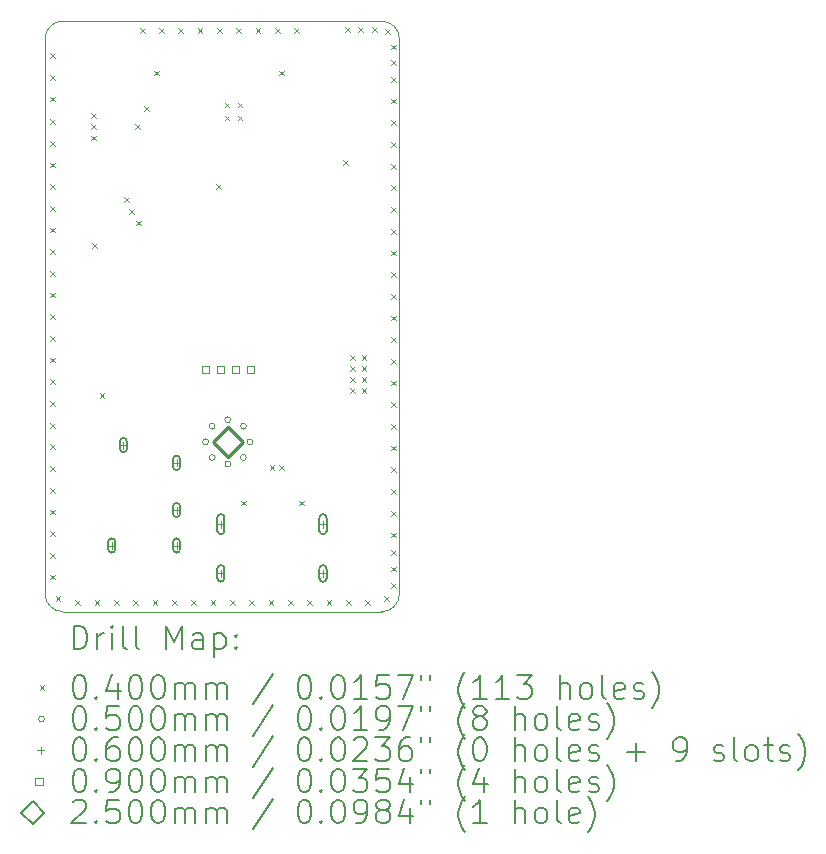
<source format=gbr>
%TF.GenerationSoftware,KiCad,Pcbnew,7.0.2-6a45011f42~172~ubuntu22.04.1*%
%TF.CreationDate,2023-05-17T08:32:57+02:00*%
%TF.ProjectId,PowerMeterLC,506f7765-724d-4657-9465-724c432e6b69,rev?*%
%TF.SameCoordinates,Original*%
%TF.FileFunction,Drillmap*%
%TF.FilePolarity,Positive*%
%FSLAX45Y45*%
G04 Gerber Fmt 4.5, Leading zero omitted, Abs format (unit mm)*
G04 Created by KiCad (PCBNEW 7.0.2-6a45011f42~172~ubuntu22.04.1) date 2023-05-17 08:32:57*
%MOMM*%
%LPD*%
G01*
G04 APERTURE LIST*
%ADD10C,0.100000*%
%ADD11C,0.200000*%
%ADD12C,0.040000*%
%ADD13C,0.050000*%
%ADD14C,0.060000*%
%ADD15C,0.090000*%
%ADD16C,0.250000*%
G04 APERTURE END LIST*
D10*
X4200000Y-14950000D02*
X4200000Y-19650000D01*
X4200000Y-14950000D02*
G75*
G03*
X4050000Y-14800000I-150000J0D01*
G01*
X1200000Y-19650000D02*
X1200000Y-14950000D01*
X1350000Y-14800000D02*
G75*
G03*
X1200000Y-14950000I0J-150000D01*
G01*
X1200000Y-19650000D02*
G75*
G03*
X1350000Y-19800000I150000J0D01*
G01*
X4050000Y-19800000D02*
G75*
G03*
X4200000Y-19650000I0J150000D01*
G01*
X1350000Y-14800000D02*
X4050000Y-14800000D01*
X4050000Y-19800000D02*
X1350000Y-19800000D01*
D11*
D12*
X1240000Y-15072727D02*
X1280000Y-15112727D01*
X1280000Y-15072727D02*
X1240000Y-15112727D01*
X1240000Y-15256364D02*
X1280000Y-15296364D01*
X1280000Y-15256364D02*
X1240000Y-15296364D01*
X1240000Y-15440000D02*
X1280000Y-15480000D01*
X1280000Y-15440000D02*
X1240000Y-15480000D01*
X1240000Y-15630000D02*
X1280000Y-15670000D01*
X1280000Y-15630000D02*
X1240000Y-15670000D01*
X1240000Y-15813636D02*
X1280000Y-15853636D01*
X1280000Y-15813636D02*
X1240000Y-15853636D01*
X1240000Y-15997273D02*
X1280000Y-16037273D01*
X1280000Y-15997273D02*
X1240000Y-16037273D01*
X1240000Y-16180909D02*
X1280000Y-16220909D01*
X1280000Y-16180909D02*
X1240000Y-16220909D01*
X1240000Y-16364545D02*
X1280000Y-16404545D01*
X1280000Y-16364545D02*
X1240000Y-16404545D01*
X1240000Y-16548181D02*
X1280000Y-16588181D01*
X1280000Y-16548181D02*
X1240000Y-16588181D01*
X1240000Y-16731818D02*
X1280000Y-16771818D01*
X1280000Y-16731818D02*
X1240000Y-16771818D01*
X1240000Y-16915454D02*
X1280000Y-16955454D01*
X1280000Y-16915454D02*
X1240000Y-16955454D01*
X1240000Y-17099090D02*
X1280000Y-17139090D01*
X1280000Y-17099090D02*
X1240000Y-17139090D01*
X1240000Y-17282727D02*
X1280000Y-17322727D01*
X1280000Y-17282727D02*
X1240000Y-17322727D01*
X1240000Y-17466363D02*
X1280000Y-17506363D01*
X1280000Y-17466363D02*
X1240000Y-17506363D01*
X1240000Y-17649999D02*
X1280000Y-17689999D01*
X1280000Y-17649999D02*
X1240000Y-17689999D01*
X1240000Y-17833636D02*
X1280000Y-17873636D01*
X1280000Y-17833636D02*
X1240000Y-17873636D01*
X1240000Y-18017272D02*
X1280000Y-18057272D01*
X1280000Y-18017272D02*
X1240000Y-18057272D01*
X1240000Y-18200908D02*
X1280000Y-18240908D01*
X1280000Y-18200908D02*
X1240000Y-18240908D01*
X1240000Y-18384545D02*
X1280000Y-18424545D01*
X1280000Y-18384545D02*
X1240000Y-18424545D01*
X1240000Y-18568181D02*
X1280000Y-18608181D01*
X1280000Y-18568181D02*
X1240000Y-18608181D01*
X1240000Y-18751817D02*
X1280000Y-18791817D01*
X1280000Y-18751817D02*
X1240000Y-18791817D01*
X1240000Y-18935453D02*
X1280000Y-18975453D01*
X1280000Y-18935453D02*
X1240000Y-18975453D01*
X1240000Y-19119090D02*
X1280000Y-19159090D01*
X1280000Y-19119090D02*
X1240000Y-19159090D01*
X1240000Y-19302726D02*
X1280000Y-19342726D01*
X1280000Y-19302726D02*
X1240000Y-19342726D01*
X1240000Y-19486362D02*
X1280000Y-19526362D01*
X1280000Y-19486362D02*
X1240000Y-19526362D01*
X1290000Y-19670000D02*
X1330000Y-19710000D01*
X1330000Y-19670000D02*
X1290000Y-19710000D01*
X1457059Y-19700000D02*
X1497059Y-19740000D01*
X1497059Y-19700000D02*
X1457059Y-19740000D01*
X1591000Y-15580000D02*
X1631000Y-15620000D01*
X1631000Y-15580000D02*
X1591000Y-15620000D01*
X1591000Y-15670000D02*
X1631000Y-15710000D01*
X1631000Y-15670000D02*
X1591000Y-15710000D01*
X1591000Y-15770000D02*
X1631000Y-15810000D01*
X1631000Y-15770000D02*
X1591000Y-15810000D01*
X1601000Y-16680000D02*
X1641000Y-16720000D01*
X1641000Y-16680000D02*
X1601000Y-16720000D01*
X1620588Y-19700000D02*
X1660588Y-19740000D01*
X1660588Y-19700000D02*
X1620588Y-19740000D01*
X1661000Y-17950000D02*
X1701000Y-17990000D01*
X1701000Y-17950000D02*
X1661000Y-17990000D01*
X1784118Y-19700000D02*
X1824118Y-19740000D01*
X1824118Y-19700000D02*
X1784118Y-19740000D01*
X1871000Y-16290000D02*
X1911000Y-16330000D01*
X1911000Y-16290000D02*
X1871000Y-16330000D01*
X1911000Y-16390000D02*
X1951000Y-16430000D01*
X1951000Y-16390000D02*
X1911000Y-16430000D01*
X1947647Y-19700000D02*
X1987647Y-19740000D01*
X1987647Y-19700000D02*
X1947647Y-19740000D01*
X1961000Y-15670000D02*
X2001000Y-15710000D01*
X2001000Y-15670000D02*
X1961000Y-15710000D01*
X1971000Y-16490000D02*
X2011000Y-16530000D01*
X2011000Y-16490000D02*
X1971000Y-16530000D01*
X2002941Y-14860000D02*
X2042941Y-14900000D01*
X2042941Y-14860000D02*
X2002941Y-14900000D01*
X2041000Y-15520000D02*
X2081000Y-15560000D01*
X2081000Y-15520000D02*
X2041000Y-15560000D01*
X2111177Y-19700000D02*
X2151177Y-19740000D01*
X2151177Y-19700000D02*
X2111177Y-19740000D01*
X2121000Y-15220000D02*
X2161000Y-15260000D01*
X2161000Y-15220000D02*
X2121000Y-15260000D01*
X2166471Y-14860000D02*
X2206471Y-14900000D01*
X2206471Y-14860000D02*
X2166471Y-14900000D01*
X2274706Y-19700000D02*
X2314706Y-19740000D01*
X2314706Y-19700000D02*
X2274706Y-19740000D01*
X2328824Y-14860000D02*
X2368824Y-14900000D01*
X2368824Y-14860000D02*
X2328824Y-14900000D01*
X2438235Y-19700000D02*
X2478235Y-19740000D01*
X2478235Y-19700000D02*
X2438235Y-19740000D01*
X2492353Y-14860000D02*
X2532353Y-14900000D01*
X2532353Y-14860000D02*
X2492353Y-14900000D01*
X2601765Y-19700000D02*
X2641765Y-19740000D01*
X2641765Y-19700000D02*
X2601765Y-19740000D01*
X2650000Y-16180000D02*
X2690000Y-16220000D01*
X2690000Y-16180000D02*
X2650000Y-16220000D01*
X2655882Y-14860000D02*
X2695882Y-14900000D01*
X2695882Y-14860000D02*
X2655882Y-14900000D01*
X2721000Y-15490000D02*
X2761000Y-15530000D01*
X2761000Y-15490000D02*
X2721000Y-15530000D01*
X2721000Y-15600000D02*
X2761000Y-15640000D01*
X2761000Y-15600000D02*
X2721000Y-15640000D01*
X2765294Y-19700000D02*
X2805294Y-19740000D01*
X2805294Y-19700000D02*
X2765294Y-19740000D01*
X2819412Y-14860000D02*
X2859412Y-14900000D01*
X2859412Y-14860000D02*
X2819412Y-14900000D01*
X2831000Y-15490000D02*
X2871000Y-15530000D01*
X2871000Y-15490000D02*
X2831000Y-15530000D01*
X2831000Y-15600000D02*
X2871000Y-15640000D01*
X2871000Y-15600000D02*
X2831000Y-15640000D01*
X2861000Y-18860000D02*
X2901000Y-18900000D01*
X2901000Y-18860000D02*
X2861000Y-18900000D01*
X2928824Y-19700000D02*
X2968824Y-19740000D01*
X2968824Y-19700000D02*
X2928824Y-19740000D01*
X2982941Y-14860000D02*
X3022941Y-14900000D01*
X3022941Y-14860000D02*
X2982941Y-14900000D01*
X3092353Y-19700000D02*
X3132353Y-19740000D01*
X3132353Y-19700000D02*
X3092353Y-19740000D01*
X3101000Y-18560000D02*
X3141000Y-18600000D01*
X3141000Y-18560000D02*
X3101000Y-18600000D01*
X3146471Y-14860000D02*
X3186471Y-14900000D01*
X3186471Y-14860000D02*
X3146471Y-14900000D01*
X3181000Y-15220000D02*
X3221000Y-15260000D01*
X3221000Y-15220000D02*
X3181000Y-15260000D01*
X3181000Y-18560000D02*
X3221000Y-18600000D01*
X3221000Y-18560000D02*
X3181000Y-18600000D01*
X3255882Y-19700000D02*
X3295882Y-19740000D01*
X3295882Y-19700000D02*
X3255882Y-19740000D01*
X3310000Y-14860000D02*
X3350000Y-14900000D01*
X3350000Y-14860000D02*
X3310000Y-14900000D01*
X3351000Y-18860000D02*
X3391000Y-18900000D01*
X3391000Y-18860000D02*
X3351000Y-18900000D01*
X3419412Y-19700000D02*
X3459412Y-19740000D01*
X3459412Y-19700000D02*
X3419412Y-19740000D01*
X3582941Y-19700000D02*
X3622941Y-19740000D01*
X3622941Y-19700000D02*
X3582941Y-19740000D01*
X3721000Y-15980000D02*
X3761000Y-16020000D01*
X3761000Y-15980000D02*
X3721000Y-16020000D01*
X3740000Y-14850000D02*
X3780000Y-14890000D01*
X3780000Y-14850000D02*
X3740000Y-14890000D01*
X3746471Y-19700000D02*
X3786471Y-19740000D01*
X3786471Y-19700000D02*
X3746471Y-19740000D01*
X3781000Y-17630000D02*
X3821000Y-17670000D01*
X3821000Y-17630000D02*
X3781000Y-17670000D01*
X3781000Y-17723333D02*
X3821000Y-17763333D01*
X3821000Y-17723333D02*
X3781000Y-17763333D01*
X3781000Y-17816667D02*
X3821000Y-17856667D01*
X3821000Y-17816667D02*
X3781000Y-17856667D01*
X3781000Y-17910000D02*
X3821000Y-17950000D01*
X3821000Y-17910000D02*
X3781000Y-17950000D01*
X3850000Y-14850000D02*
X3890000Y-14890000D01*
X3890000Y-14850000D02*
X3850000Y-14890000D01*
X3881000Y-17630000D02*
X3921000Y-17670000D01*
X3921000Y-17630000D02*
X3881000Y-17670000D01*
X3881000Y-17723333D02*
X3921000Y-17763333D01*
X3921000Y-17723333D02*
X3881000Y-17763333D01*
X3881000Y-17816667D02*
X3921000Y-17856667D01*
X3921000Y-17816667D02*
X3881000Y-17856667D01*
X3881000Y-17910000D02*
X3921000Y-17950000D01*
X3921000Y-17910000D02*
X3881000Y-17950000D01*
X3910000Y-19700000D02*
X3950000Y-19740000D01*
X3950000Y-19700000D02*
X3910000Y-19740000D01*
X3970000Y-14850000D02*
X4010000Y-14890000D01*
X4010000Y-14850000D02*
X3970000Y-14890000D01*
X4070000Y-19670000D02*
X4110000Y-19710000D01*
X4110000Y-19670000D02*
X4070000Y-19710000D01*
X4080000Y-14870000D02*
X4120000Y-14910000D01*
X4120000Y-14870000D02*
X4080000Y-14910000D01*
X4130000Y-15000000D02*
X4170000Y-15040000D01*
X4170000Y-15000000D02*
X4130000Y-15040000D01*
X4130000Y-15130000D02*
X4170000Y-15170000D01*
X4170000Y-15130000D02*
X4130000Y-15170000D01*
X4130000Y-15273638D02*
X4170000Y-15313638D01*
X4170000Y-15273638D02*
X4130000Y-15313638D01*
X4130000Y-15457274D02*
X4170000Y-15497274D01*
X4170000Y-15457274D02*
X4130000Y-15497274D01*
X4130000Y-15640910D02*
X4170000Y-15680910D01*
X4170000Y-15640910D02*
X4130000Y-15680910D01*
X4130000Y-15824547D02*
X4170000Y-15864547D01*
X4170000Y-15824547D02*
X4130000Y-15864547D01*
X4130000Y-16008183D02*
X4170000Y-16048183D01*
X4170000Y-16008183D02*
X4130000Y-16048183D01*
X4130000Y-16191819D02*
X4170000Y-16231819D01*
X4170000Y-16191819D02*
X4130000Y-16231819D01*
X4130000Y-16375455D02*
X4170000Y-16415455D01*
X4170000Y-16375455D02*
X4130000Y-16415455D01*
X4130000Y-16559092D02*
X4170000Y-16599092D01*
X4170000Y-16559092D02*
X4130000Y-16599092D01*
X4130000Y-16742728D02*
X4170000Y-16782728D01*
X4170000Y-16742728D02*
X4130000Y-16782728D01*
X4130000Y-16926364D02*
X4170000Y-16966364D01*
X4170000Y-16926364D02*
X4130000Y-16966364D01*
X4130000Y-17110001D02*
X4170000Y-17150001D01*
X4170000Y-17110001D02*
X4130000Y-17150001D01*
X4130000Y-17293637D02*
X4170000Y-17333637D01*
X4170000Y-17293637D02*
X4130000Y-17333637D01*
X4130000Y-17477273D02*
X4170000Y-17517273D01*
X4170000Y-17477273D02*
X4130000Y-17517273D01*
X4130000Y-17660910D02*
X4170000Y-17700910D01*
X4170000Y-17660910D02*
X4130000Y-17700910D01*
X4130000Y-17844546D02*
X4170000Y-17884546D01*
X4170000Y-17844546D02*
X4130000Y-17884546D01*
X4130000Y-18028182D02*
X4170000Y-18068182D01*
X4170000Y-18028182D02*
X4130000Y-18068182D01*
X4130000Y-18211819D02*
X4170000Y-18251819D01*
X4170000Y-18211819D02*
X4130000Y-18251819D01*
X4130000Y-18395455D02*
X4170000Y-18435455D01*
X4170000Y-18395455D02*
X4130000Y-18435455D01*
X4130000Y-18579091D02*
X4170000Y-18619091D01*
X4170000Y-18579091D02*
X4130000Y-18619091D01*
X4130000Y-18762727D02*
X4170000Y-18802727D01*
X4170000Y-18762727D02*
X4130000Y-18802727D01*
X4130000Y-18946364D02*
X4170000Y-18986364D01*
X4170000Y-18946364D02*
X4130000Y-18986364D01*
X4130000Y-19130000D02*
X4170000Y-19170000D01*
X4170000Y-19130000D02*
X4130000Y-19170000D01*
X4130000Y-19280000D02*
X4170000Y-19320000D01*
X4170000Y-19280000D02*
X4130000Y-19320000D01*
X4130000Y-19420000D02*
X4170000Y-19460000D01*
X4170000Y-19420000D02*
X4130000Y-19460000D01*
X4130000Y-19560000D02*
X4170000Y-19600000D01*
X4170000Y-19560000D02*
X4130000Y-19600000D01*
D13*
X2584500Y-18362500D02*
G75*
G03*
X2584500Y-18362500I-25000J0D01*
G01*
X2639418Y-18229918D02*
G75*
G03*
X2639418Y-18229918I-25000J0D01*
G01*
X2639418Y-18495083D02*
G75*
G03*
X2639418Y-18495083I-25000J0D01*
G01*
X2772000Y-18175000D02*
G75*
G03*
X2772000Y-18175000I-25000J0D01*
G01*
X2772000Y-18550000D02*
G75*
G03*
X2772000Y-18550000I-25000J0D01*
G01*
X2904582Y-18229918D02*
G75*
G03*
X2904582Y-18229918I-25000J0D01*
G01*
X2904582Y-18495083D02*
G75*
G03*
X2904582Y-18495083I-25000J0D01*
G01*
X2959500Y-18362500D02*
G75*
G03*
X2959500Y-18362500I-25000J0D01*
G01*
D14*
X1763250Y-19210000D02*
X1763250Y-19270000D01*
X1733250Y-19240000D02*
X1793250Y-19240000D01*
D11*
X1793250Y-19270000D02*
X1793250Y-19210000D01*
X1793250Y-19210000D02*
G75*
G03*
X1733250Y-19210000I-30000J0D01*
G01*
X1733250Y-19210000D02*
X1733250Y-19270000D01*
X1733250Y-19270000D02*
G75*
G03*
X1793250Y-19270000I30000J0D01*
G01*
D14*
X1863250Y-18360000D02*
X1863250Y-18420000D01*
X1833250Y-18390000D02*
X1893250Y-18390000D01*
D11*
X1893250Y-18420000D02*
X1893250Y-18360000D01*
X1893250Y-18360000D02*
G75*
G03*
X1833250Y-18360000I-30000J0D01*
G01*
X1833250Y-18360000D02*
X1833250Y-18420000D01*
X1833250Y-18420000D02*
G75*
G03*
X1893250Y-18420000I30000J0D01*
G01*
D14*
X2313250Y-18510000D02*
X2313250Y-18570000D01*
X2283250Y-18540000D02*
X2343250Y-18540000D01*
D11*
X2343250Y-18570000D02*
X2343250Y-18510000D01*
X2343250Y-18510000D02*
G75*
G03*
X2283250Y-18510000I-30000J0D01*
G01*
X2283250Y-18510000D02*
X2283250Y-18570000D01*
X2283250Y-18570000D02*
G75*
G03*
X2343250Y-18570000I30000J0D01*
G01*
D14*
X2313250Y-18910000D02*
X2313250Y-18970000D01*
X2283250Y-18940000D02*
X2343250Y-18940000D01*
D11*
X2343250Y-18970000D02*
X2343250Y-18910000D01*
X2343250Y-18910000D02*
G75*
G03*
X2283250Y-18910000I-30000J0D01*
G01*
X2283250Y-18910000D02*
X2283250Y-18970000D01*
X2283250Y-18970000D02*
G75*
G03*
X2343250Y-18970000I30000J0D01*
G01*
D14*
X2313250Y-19210000D02*
X2313250Y-19270000D01*
X2283250Y-19240000D02*
X2343250Y-19240000D01*
D11*
X2343250Y-19270000D02*
X2343250Y-19210000D01*
X2343250Y-19210000D02*
G75*
G03*
X2283250Y-19210000I-30000J0D01*
G01*
X2283250Y-19210000D02*
X2283250Y-19270000D01*
X2283250Y-19270000D02*
G75*
G03*
X2343250Y-19270000I30000J0D01*
G01*
D14*
X2689000Y-19029500D02*
X2689000Y-19089500D01*
X2659000Y-19059500D02*
X2719000Y-19059500D01*
D11*
X2719000Y-19114500D02*
X2719000Y-19004500D01*
X2719000Y-19004500D02*
G75*
G03*
X2659000Y-19004500I-30000J0D01*
G01*
X2659000Y-19004500D02*
X2659000Y-19114500D01*
X2659000Y-19114500D02*
G75*
G03*
X2719000Y-19114500I30000J0D01*
G01*
D14*
X2689000Y-19446500D02*
X2689000Y-19506500D01*
X2659000Y-19476500D02*
X2719000Y-19476500D01*
D11*
X2719000Y-19516500D02*
X2719000Y-19436500D01*
X2719000Y-19436500D02*
G75*
G03*
X2659000Y-19436500I-30000J0D01*
G01*
X2659000Y-19436500D02*
X2659000Y-19516500D01*
X2659000Y-19516500D02*
G75*
G03*
X2719000Y-19516500I30000J0D01*
G01*
D14*
X3553000Y-19029500D02*
X3553000Y-19089500D01*
X3523000Y-19059500D02*
X3583000Y-19059500D01*
D11*
X3583000Y-19114500D02*
X3583000Y-19004500D01*
X3583000Y-19004500D02*
G75*
G03*
X3523000Y-19004500I-30000J0D01*
G01*
X3523000Y-19004500D02*
X3523000Y-19114500D01*
X3523000Y-19114500D02*
G75*
G03*
X3583000Y-19114500I30000J0D01*
G01*
D14*
X3553000Y-19446500D02*
X3553000Y-19506500D01*
X3523000Y-19476500D02*
X3583000Y-19476500D01*
D11*
X3583000Y-19516500D02*
X3583000Y-19436500D01*
X3583000Y-19436500D02*
G75*
G03*
X3523000Y-19436500I-30000J0D01*
G01*
X3523000Y-19436500D02*
X3523000Y-19516500D01*
X3523000Y-19516500D02*
G75*
G03*
X3583000Y-19516500I30000J0D01*
G01*
D15*
X2588820Y-17781820D02*
X2588820Y-17718180D01*
X2525180Y-17718180D01*
X2525180Y-17781820D01*
X2588820Y-17781820D01*
X2715820Y-17781820D02*
X2715820Y-17718180D01*
X2652180Y-17718180D01*
X2652180Y-17781820D01*
X2715820Y-17781820D01*
X2842820Y-17781820D02*
X2842820Y-17718180D01*
X2779180Y-17718180D01*
X2779180Y-17781820D01*
X2842820Y-17781820D01*
X2969820Y-17781820D02*
X2969820Y-17718180D01*
X2906180Y-17718180D01*
X2906180Y-17781820D01*
X2969820Y-17781820D01*
D16*
X2747000Y-18487500D02*
X2872000Y-18362500D01*
X2747000Y-18237500D01*
X2622000Y-18362500D01*
X2747000Y-18487500D01*
D11*
X1442619Y-20117524D02*
X1442619Y-19917524D01*
X1442619Y-19917524D02*
X1490238Y-19917524D01*
X1490238Y-19917524D02*
X1518809Y-19927048D01*
X1518809Y-19927048D02*
X1537857Y-19946095D01*
X1537857Y-19946095D02*
X1547381Y-19965143D01*
X1547381Y-19965143D02*
X1556905Y-20003238D01*
X1556905Y-20003238D02*
X1556905Y-20031810D01*
X1556905Y-20031810D02*
X1547381Y-20069905D01*
X1547381Y-20069905D02*
X1537857Y-20088952D01*
X1537857Y-20088952D02*
X1518809Y-20108000D01*
X1518809Y-20108000D02*
X1490238Y-20117524D01*
X1490238Y-20117524D02*
X1442619Y-20117524D01*
X1642619Y-20117524D02*
X1642619Y-19984190D01*
X1642619Y-20022286D02*
X1652143Y-20003238D01*
X1652143Y-20003238D02*
X1661667Y-19993714D01*
X1661667Y-19993714D02*
X1680714Y-19984190D01*
X1680714Y-19984190D02*
X1699762Y-19984190D01*
X1766428Y-20117524D02*
X1766428Y-19984190D01*
X1766428Y-19917524D02*
X1756905Y-19927048D01*
X1756905Y-19927048D02*
X1766428Y-19936571D01*
X1766428Y-19936571D02*
X1775952Y-19927048D01*
X1775952Y-19927048D02*
X1766428Y-19917524D01*
X1766428Y-19917524D02*
X1766428Y-19936571D01*
X1890238Y-20117524D02*
X1871190Y-20108000D01*
X1871190Y-20108000D02*
X1861667Y-20088952D01*
X1861667Y-20088952D02*
X1861667Y-19917524D01*
X1995000Y-20117524D02*
X1975952Y-20108000D01*
X1975952Y-20108000D02*
X1966428Y-20088952D01*
X1966428Y-20088952D02*
X1966428Y-19917524D01*
X2223571Y-20117524D02*
X2223571Y-19917524D01*
X2223571Y-19917524D02*
X2290238Y-20060381D01*
X2290238Y-20060381D02*
X2356905Y-19917524D01*
X2356905Y-19917524D02*
X2356905Y-20117524D01*
X2537857Y-20117524D02*
X2537857Y-20012762D01*
X2537857Y-20012762D02*
X2528333Y-19993714D01*
X2528333Y-19993714D02*
X2509286Y-19984190D01*
X2509286Y-19984190D02*
X2471190Y-19984190D01*
X2471190Y-19984190D02*
X2452143Y-19993714D01*
X2537857Y-20108000D02*
X2518810Y-20117524D01*
X2518810Y-20117524D02*
X2471190Y-20117524D01*
X2471190Y-20117524D02*
X2452143Y-20108000D01*
X2452143Y-20108000D02*
X2442619Y-20088952D01*
X2442619Y-20088952D02*
X2442619Y-20069905D01*
X2442619Y-20069905D02*
X2452143Y-20050857D01*
X2452143Y-20050857D02*
X2471190Y-20041333D01*
X2471190Y-20041333D02*
X2518810Y-20041333D01*
X2518810Y-20041333D02*
X2537857Y-20031810D01*
X2633095Y-19984190D02*
X2633095Y-20184190D01*
X2633095Y-19993714D02*
X2652143Y-19984190D01*
X2652143Y-19984190D02*
X2690238Y-19984190D01*
X2690238Y-19984190D02*
X2709286Y-19993714D01*
X2709286Y-19993714D02*
X2718810Y-20003238D01*
X2718810Y-20003238D02*
X2728333Y-20022286D01*
X2728333Y-20022286D02*
X2728333Y-20079429D01*
X2728333Y-20079429D02*
X2718810Y-20098476D01*
X2718810Y-20098476D02*
X2709286Y-20108000D01*
X2709286Y-20108000D02*
X2690238Y-20117524D01*
X2690238Y-20117524D02*
X2652143Y-20117524D01*
X2652143Y-20117524D02*
X2633095Y-20108000D01*
X2814048Y-20098476D02*
X2823571Y-20108000D01*
X2823571Y-20108000D02*
X2814048Y-20117524D01*
X2814048Y-20117524D02*
X2804524Y-20108000D01*
X2804524Y-20108000D02*
X2814048Y-20098476D01*
X2814048Y-20098476D02*
X2814048Y-20117524D01*
X2814048Y-19993714D02*
X2823571Y-20003238D01*
X2823571Y-20003238D02*
X2814048Y-20012762D01*
X2814048Y-20012762D02*
X2804524Y-20003238D01*
X2804524Y-20003238D02*
X2814048Y-19993714D01*
X2814048Y-19993714D02*
X2814048Y-20012762D01*
D12*
X1155000Y-20425000D02*
X1195000Y-20465000D01*
X1195000Y-20425000D02*
X1155000Y-20465000D01*
D11*
X1480714Y-20337524D02*
X1499762Y-20337524D01*
X1499762Y-20337524D02*
X1518809Y-20347048D01*
X1518809Y-20347048D02*
X1528333Y-20356571D01*
X1528333Y-20356571D02*
X1537857Y-20375619D01*
X1537857Y-20375619D02*
X1547381Y-20413714D01*
X1547381Y-20413714D02*
X1547381Y-20461333D01*
X1547381Y-20461333D02*
X1537857Y-20499429D01*
X1537857Y-20499429D02*
X1528333Y-20518476D01*
X1528333Y-20518476D02*
X1518809Y-20528000D01*
X1518809Y-20528000D02*
X1499762Y-20537524D01*
X1499762Y-20537524D02*
X1480714Y-20537524D01*
X1480714Y-20537524D02*
X1461667Y-20528000D01*
X1461667Y-20528000D02*
X1452143Y-20518476D01*
X1452143Y-20518476D02*
X1442619Y-20499429D01*
X1442619Y-20499429D02*
X1433095Y-20461333D01*
X1433095Y-20461333D02*
X1433095Y-20413714D01*
X1433095Y-20413714D02*
X1442619Y-20375619D01*
X1442619Y-20375619D02*
X1452143Y-20356571D01*
X1452143Y-20356571D02*
X1461667Y-20347048D01*
X1461667Y-20347048D02*
X1480714Y-20337524D01*
X1633095Y-20518476D02*
X1642619Y-20528000D01*
X1642619Y-20528000D02*
X1633095Y-20537524D01*
X1633095Y-20537524D02*
X1623571Y-20528000D01*
X1623571Y-20528000D02*
X1633095Y-20518476D01*
X1633095Y-20518476D02*
X1633095Y-20537524D01*
X1814048Y-20404190D02*
X1814048Y-20537524D01*
X1766428Y-20328000D02*
X1718809Y-20470857D01*
X1718809Y-20470857D02*
X1842619Y-20470857D01*
X1956905Y-20337524D02*
X1975952Y-20337524D01*
X1975952Y-20337524D02*
X1995000Y-20347048D01*
X1995000Y-20347048D02*
X2004524Y-20356571D01*
X2004524Y-20356571D02*
X2014048Y-20375619D01*
X2014048Y-20375619D02*
X2023571Y-20413714D01*
X2023571Y-20413714D02*
X2023571Y-20461333D01*
X2023571Y-20461333D02*
X2014048Y-20499429D01*
X2014048Y-20499429D02*
X2004524Y-20518476D01*
X2004524Y-20518476D02*
X1995000Y-20528000D01*
X1995000Y-20528000D02*
X1975952Y-20537524D01*
X1975952Y-20537524D02*
X1956905Y-20537524D01*
X1956905Y-20537524D02*
X1937857Y-20528000D01*
X1937857Y-20528000D02*
X1928333Y-20518476D01*
X1928333Y-20518476D02*
X1918809Y-20499429D01*
X1918809Y-20499429D02*
X1909286Y-20461333D01*
X1909286Y-20461333D02*
X1909286Y-20413714D01*
X1909286Y-20413714D02*
X1918809Y-20375619D01*
X1918809Y-20375619D02*
X1928333Y-20356571D01*
X1928333Y-20356571D02*
X1937857Y-20347048D01*
X1937857Y-20347048D02*
X1956905Y-20337524D01*
X2147381Y-20337524D02*
X2166429Y-20337524D01*
X2166429Y-20337524D02*
X2185476Y-20347048D01*
X2185476Y-20347048D02*
X2195000Y-20356571D01*
X2195000Y-20356571D02*
X2204524Y-20375619D01*
X2204524Y-20375619D02*
X2214048Y-20413714D01*
X2214048Y-20413714D02*
X2214048Y-20461333D01*
X2214048Y-20461333D02*
X2204524Y-20499429D01*
X2204524Y-20499429D02*
X2195000Y-20518476D01*
X2195000Y-20518476D02*
X2185476Y-20528000D01*
X2185476Y-20528000D02*
X2166429Y-20537524D01*
X2166429Y-20537524D02*
X2147381Y-20537524D01*
X2147381Y-20537524D02*
X2128333Y-20528000D01*
X2128333Y-20528000D02*
X2118810Y-20518476D01*
X2118810Y-20518476D02*
X2109286Y-20499429D01*
X2109286Y-20499429D02*
X2099762Y-20461333D01*
X2099762Y-20461333D02*
X2099762Y-20413714D01*
X2099762Y-20413714D02*
X2109286Y-20375619D01*
X2109286Y-20375619D02*
X2118810Y-20356571D01*
X2118810Y-20356571D02*
X2128333Y-20347048D01*
X2128333Y-20347048D02*
X2147381Y-20337524D01*
X2299762Y-20537524D02*
X2299762Y-20404190D01*
X2299762Y-20423238D02*
X2309286Y-20413714D01*
X2309286Y-20413714D02*
X2328333Y-20404190D01*
X2328333Y-20404190D02*
X2356905Y-20404190D01*
X2356905Y-20404190D02*
X2375952Y-20413714D01*
X2375952Y-20413714D02*
X2385476Y-20432762D01*
X2385476Y-20432762D02*
X2385476Y-20537524D01*
X2385476Y-20432762D02*
X2395000Y-20413714D01*
X2395000Y-20413714D02*
X2414048Y-20404190D01*
X2414048Y-20404190D02*
X2442619Y-20404190D01*
X2442619Y-20404190D02*
X2461667Y-20413714D01*
X2461667Y-20413714D02*
X2471191Y-20432762D01*
X2471191Y-20432762D02*
X2471191Y-20537524D01*
X2566429Y-20537524D02*
X2566429Y-20404190D01*
X2566429Y-20423238D02*
X2575952Y-20413714D01*
X2575952Y-20413714D02*
X2595000Y-20404190D01*
X2595000Y-20404190D02*
X2623572Y-20404190D01*
X2623572Y-20404190D02*
X2642619Y-20413714D01*
X2642619Y-20413714D02*
X2652143Y-20432762D01*
X2652143Y-20432762D02*
X2652143Y-20537524D01*
X2652143Y-20432762D02*
X2661667Y-20413714D01*
X2661667Y-20413714D02*
X2680714Y-20404190D01*
X2680714Y-20404190D02*
X2709286Y-20404190D01*
X2709286Y-20404190D02*
X2728333Y-20413714D01*
X2728333Y-20413714D02*
X2737857Y-20432762D01*
X2737857Y-20432762D02*
X2737857Y-20537524D01*
X3128333Y-20328000D02*
X2956905Y-20585143D01*
X3385476Y-20337524D02*
X3404524Y-20337524D01*
X3404524Y-20337524D02*
X3423572Y-20347048D01*
X3423572Y-20347048D02*
X3433095Y-20356571D01*
X3433095Y-20356571D02*
X3442619Y-20375619D01*
X3442619Y-20375619D02*
X3452143Y-20413714D01*
X3452143Y-20413714D02*
X3452143Y-20461333D01*
X3452143Y-20461333D02*
X3442619Y-20499429D01*
X3442619Y-20499429D02*
X3433095Y-20518476D01*
X3433095Y-20518476D02*
X3423572Y-20528000D01*
X3423572Y-20528000D02*
X3404524Y-20537524D01*
X3404524Y-20537524D02*
X3385476Y-20537524D01*
X3385476Y-20537524D02*
X3366429Y-20528000D01*
X3366429Y-20528000D02*
X3356905Y-20518476D01*
X3356905Y-20518476D02*
X3347381Y-20499429D01*
X3347381Y-20499429D02*
X3337857Y-20461333D01*
X3337857Y-20461333D02*
X3337857Y-20413714D01*
X3337857Y-20413714D02*
X3347381Y-20375619D01*
X3347381Y-20375619D02*
X3356905Y-20356571D01*
X3356905Y-20356571D02*
X3366429Y-20347048D01*
X3366429Y-20347048D02*
X3385476Y-20337524D01*
X3537857Y-20518476D02*
X3547381Y-20528000D01*
X3547381Y-20528000D02*
X3537857Y-20537524D01*
X3537857Y-20537524D02*
X3528333Y-20528000D01*
X3528333Y-20528000D02*
X3537857Y-20518476D01*
X3537857Y-20518476D02*
X3537857Y-20537524D01*
X3671191Y-20337524D02*
X3690238Y-20337524D01*
X3690238Y-20337524D02*
X3709286Y-20347048D01*
X3709286Y-20347048D02*
X3718810Y-20356571D01*
X3718810Y-20356571D02*
X3728333Y-20375619D01*
X3728333Y-20375619D02*
X3737857Y-20413714D01*
X3737857Y-20413714D02*
X3737857Y-20461333D01*
X3737857Y-20461333D02*
X3728333Y-20499429D01*
X3728333Y-20499429D02*
X3718810Y-20518476D01*
X3718810Y-20518476D02*
X3709286Y-20528000D01*
X3709286Y-20528000D02*
X3690238Y-20537524D01*
X3690238Y-20537524D02*
X3671191Y-20537524D01*
X3671191Y-20537524D02*
X3652143Y-20528000D01*
X3652143Y-20528000D02*
X3642619Y-20518476D01*
X3642619Y-20518476D02*
X3633095Y-20499429D01*
X3633095Y-20499429D02*
X3623572Y-20461333D01*
X3623572Y-20461333D02*
X3623572Y-20413714D01*
X3623572Y-20413714D02*
X3633095Y-20375619D01*
X3633095Y-20375619D02*
X3642619Y-20356571D01*
X3642619Y-20356571D02*
X3652143Y-20347048D01*
X3652143Y-20347048D02*
X3671191Y-20337524D01*
X3928333Y-20537524D02*
X3814048Y-20537524D01*
X3871191Y-20537524D02*
X3871191Y-20337524D01*
X3871191Y-20337524D02*
X3852143Y-20366095D01*
X3852143Y-20366095D02*
X3833095Y-20385143D01*
X3833095Y-20385143D02*
X3814048Y-20394667D01*
X4109286Y-20337524D02*
X4014048Y-20337524D01*
X4014048Y-20337524D02*
X4004524Y-20432762D01*
X4004524Y-20432762D02*
X4014048Y-20423238D01*
X4014048Y-20423238D02*
X4033095Y-20413714D01*
X4033095Y-20413714D02*
X4080714Y-20413714D01*
X4080714Y-20413714D02*
X4099762Y-20423238D01*
X4099762Y-20423238D02*
X4109286Y-20432762D01*
X4109286Y-20432762D02*
X4118810Y-20451810D01*
X4118810Y-20451810D02*
X4118810Y-20499429D01*
X4118810Y-20499429D02*
X4109286Y-20518476D01*
X4109286Y-20518476D02*
X4099762Y-20528000D01*
X4099762Y-20528000D02*
X4080714Y-20537524D01*
X4080714Y-20537524D02*
X4033095Y-20537524D01*
X4033095Y-20537524D02*
X4014048Y-20528000D01*
X4014048Y-20528000D02*
X4004524Y-20518476D01*
X4185476Y-20337524D02*
X4318810Y-20337524D01*
X4318810Y-20337524D02*
X4233095Y-20537524D01*
X4385476Y-20337524D02*
X4385476Y-20375619D01*
X4461667Y-20337524D02*
X4461667Y-20375619D01*
X4756905Y-20613714D02*
X4747381Y-20604190D01*
X4747381Y-20604190D02*
X4728334Y-20575619D01*
X4728334Y-20575619D02*
X4718810Y-20556571D01*
X4718810Y-20556571D02*
X4709286Y-20528000D01*
X4709286Y-20528000D02*
X4699762Y-20480381D01*
X4699762Y-20480381D02*
X4699762Y-20442286D01*
X4699762Y-20442286D02*
X4709286Y-20394667D01*
X4709286Y-20394667D02*
X4718810Y-20366095D01*
X4718810Y-20366095D02*
X4728334Y-20347048D01*
X4728334Y-20347048D02*
X4747381Y-20318476D01*
X4747381Y-20318476D02*
X4756905Y-20308952D01*
X4937857Y-20537524D02*
X4823572Y-20537524D01*
X4880715Y-20537524D02*
X4880715Y-20337524D01*
X4880715Y-20337524D02*
X4861667Y-20366095D01*
X4861667Y-20366095D02*
X4842619Y-20385143D01*
X4842619Y-20385143D02*
X4823572Y-20394667D01*
X5128334Y-20537524D02*
X5014048Y-20537524D01*
X5071191Y-20537524D02*
X5071191Y-20337524D01*
X5071191Y-20337524D02*
X5052143Y-20366095D01*
X5052143Y-20366095D02*
X5033096Y-20385143D01*
X5033096Y-20385143D02*
X5014048Y-20394667D01*
X5195000Y-20337524D02*
X5318810Y-20337524D01*
X5318810Y-20337524D02*
X5252143Y-20413714D01*
X5252143Y-20413714D02*
X5280715Y-20413714D01*
X5280715Y-20413714D02*
X5299762Y-20423238D01*
X5299762Y-20423238D02*
X5309286Y-20432762D01*
X5309286Y-20432762D02*
X5318810Y-20451810D01*
X5318810Y-20451810D02*
X5318810Y-20499429D01*
X5318810Y-20499429D02*
X5309286Y-20518476D01*
X5309286Y-20518476D02*
X5299762Y-20528000D01*
X5299762Y-20528000D02*
X5280715Y-20537524D01*
X5280715Y-20537524D02*
X5223572Y-20537524D01*
X5223572Y-20537524D02*
X5204524Y-20528000D01*
X5204524Y-20528000D02*
X5195000Y-20518476D01*
X5556905Y-20537524D02*
X5556905Y-20337524D01*
X5642619Y-20537524D02*
X5642619Y-20432762D01*
X5642619Y-20432762D02*
X5633096Y-20413714D01*
X5633096Y-20413714D02*
X5614048Y-20404190D01*
X5614048Y-20404190D02*
X5585477Y-20404190D01*
X5585477Y-20404190D02*
X5566429Y-20413714D01*
X5566429Y-20413714D02*
X5556905Y-20423238D01*
X5766429Y-20537524D02*
X5747381Y-20528000D01*
X5747381Y-20528000D02*
X5737857Y-20518476D01*
X5737857Y-20518476D02*
X5728334Y-20499429D01*
X5728334Y-20499429D02*
X5728334Y-20442286D01*
X5728334Y-20442286D02*
X5737857Y-20423238D01*
X5737857Y-20423238D02*
X5747381Y-20413714D01*
X5747381Y-20413714D02*
X5766429Y-20404190D01*
X5766429Y-20404190D02*
X5795000Y-20404190D01*
X5795000Y-20404190D02*
X5814048Y-20413714D01*
X5814048Y-20413714D02*
X5823572Y-20423238D01*
X5823572Y-20423238D02*
X5833096Y-20442286D01*
X5833096Y-20442286D02*
X5833096Y-20499429D01*
X5833096Y-20499429D02*
X5823572Y-20518476D01*
X5823572Y-20518476D02*
X5814048Y-20528000D01*
X5814048Y-20528000D02*
X5795000Y-20537524D01*
X5795000Y-20537524D02*
X5766429Y-20537524D01*
X5947381Y-20537524D02*
X5928334Y-20528000D01*
X5928334Y-20528000D02*
X5918810Y-20508952D01*
X5918810Y-20508952D02*
X5918810Y-20337524D01*
X6099762Y-20528000D02*
X6080715Y-20537524D01*
X6080715Y-20537524D02*
X6042619Y-20537524D01*
X6042619Y-20537524D02*
X6023572Y-20528000D01*
X6023572Y-20528000D02*
X6014048Y-20508952D01*
X6014048Y-20508952D02*
X6014048Y-20432762D01*
X6014048Y-20432762D02*
X6023572Y-20413714D01*
X6023572Y-20413714D02*
X6042619Y-20404190D01*
X6042619Y-20404190D02*
X6080715Y-20404190D01*
X6080715Y-20404190D02*
X6099762Y-20413714D01*
X6099762Y-20413714D02*
X6109286Y-20432762D01*
X6109286Y-20432762D02*
X6109286Y-20451810D01*
X6109286Y-20451810D02*
X6014048Y-20470857D01*
X6185477Y-20528000D02*
X6204524Y-20537524D01*
X6204524Y-20537524D02*
X6242619Y-20537524D01*
X6242619Y-20537524D02*
X6261667Y-20528000D01*
X6261667Y-20528000D02*
X6271191Y-20508952D01*
X6271191Y-20508952D02*
X6271191Y-20499429D01*
X6271191Y-20499429D02*
X6261667Y-20480381D01*
X6261667Y-20480381D02*
X6242619Y-20470857D01*
X6242619Y-20470857D02*
X6214048Y-20470857D01*
X6214048Y-20470857D02*
X6195000Y-20461333D01*
X6195000Y-20461333D02*
X6185477Y-20442286D01*
X6185477Y-20442286D02*
X6185477Y-20432762D01*
X6185477Y-20432762D02*
X6195000Y-20413714D01*
X6195000Y-20413714D02*
X6214048Y-20404190D01*
X6214048Y-20404190D02*
X6242619Y-20404190D01*
X6242619Y-20404190D02*
X6261667Y-20413714D01*
X6337858Y-20613714D02*
X6347381Y-20604190D01*
X6347381Y-20604190D02*
X6366429Y-20575619D01*
X6366429Y-20575619D02*
X6375953Y-20556571D01*
X6375953Y-20556571D02*
X6385477Y-20528000D01*
X6385477Y-20528000D02*
X6395000Y-20480381D01*
X6395000Y-20480381D02*
X6395000Y-20442286D01*
X6395000Y-20442286D02*
X6385477Y-20394667D01*
X6385477Y-20394667D02*
X6375953Y-20366095D01*
X6375953Y-20366095D02*
X6366429Y-20347048D01*
X6366429Y-20347048D02*
X6347381Y-20318476D01*
X6347381Y-20318476D02*
X6337858Y-20308952D01*
D13*
X1195000Y-20709000D02*
G75*
G03*
X1195000Y-20709000I-25000J0D01*
G01*
D11*
X1480714Y-20601524D02*
X1499762Y-20601524D01*
X1499762Y-20601524D02*
X1518809Y-20611048D01*
X1518809Y-20611048D02*
X1528333Y-20620571D01*
X1528333Y-20620571D02*
X1537857Y-20639619D01*
X1537857Y-20639619D02*
X1547381Y-20677714D01*
X1547381Y-20677714D02*
X1547381Y-20725333D01*
X1547381Y-20725333D02*
X1537857Y-20763429D01*
X1537857Y-20763429D02*
X1528333Y-20782476D01*
X1528333Y-20782476D02*
X1518809Y-20792000D01*
X1518809Y-20792000D02*
X1499762Y-20801524D01*
X1499762Y-20801524D02*
X1480714Y-20801524D01*
X1480714Y-20801524D02*
X1461667Y-20792000D01*
X1461667Y-20792000D02*
X1452143Y-20782476D01*
X1452143Y-20782476D02*
X1442619Y-20763429D01*
X1442619Y-20763429D02*
X1433095Y-20725333D01*
X1433095Y-20725333D02*
X1433095Y-20677714D01*
X1433095Y-20677714D02*
X1442619Y-20639619D01*
X1442619Y-20639619D02*
X1452143Y-20620571D01*
X1452143Y-20620571D02*
X1461667Y-20611048D01*
X1461667Y-20611048D02*
X1480714Y-20601524D01*
X1633095Y-20782476D02*
X1642619Y-20792000D01*
X1642619Y-20792000D02*
X1633095Y-20801524D01*
X1633095Y-20801524D02*
X1623571Y-20792000D01*
X1623571Y-20792000D02*
X1633095Y-20782476D01*
X1633095Y-20782476D02*
X1633095Y-20801524D01*
X1823571Y-20601524D02*
X1728333Y-20601524D01*
X1728333Y-20601524D02*
X1718809Y-20696762D01*
X1718809Y-20696762D02*
X1728333Y-20687238D01*
X1728333Y-20687238D02*
X1747381Y-20677714D01*
X1747381Y-20677714D02*
X1795000Y-20677714D01*
X1795000Y-20677714D02*
X1814048Y-20687238D01*
X1814048Y-20687238D02*
X1823571Y-20696762D01*
X1823571Y-20696762D02*
X1833095Y-20715810D01*
X1833095Y-20715810D02*
X1833095Y-20763429D01*
X1833095Y-20763429D02*
X1823571Y-20782476D01*
X1823571Y-20782476D02*
X1814048Y-20792000D01*
X1814048Y-20792000D02*
X1795000Y-20801524D01*
X1795000Y-20801524D02*
X1747381Y-20801524D01*
X1747381Y-20801524D02*
X1728333Y-20792000D01*
X1728333Y-20792000D02*
X1718809Y-20782476D01*
X1956905Y-20601524D02*
X1975952Y-20601524D01*
X1975952Y-20601524D02*
X1995000Y-20611048D01*
X1995000Y-20611048D02*
X2004524Y-20620571D01*
X2004524Y-20620571D02*
X2014048Y-20639619D01*
X2014048Y-20639619D02*
X2023571Y-20677714D01*
X2023571Y-20677714D02*
X2023571Y-20725333D01*
X2023571Y-20725333D02*
X2014048Y-20763429D01*
X2014048Y-20763429D02*
X2004524Y-20782476D01*
X2004524Y-20782476D02*
X1995000Y-20792000D01*
X1995000Y-20792000D02*
X1975952Y-20801524D01*
X1975952Y-20801524D02*
X1956905Y-20801524D01*
X1956905Y-20801524D02*
X1937857Y-20792000D01*
X1937857Y-20792000D02*
X1928333Y-20782476D01*
X1928333Y-20782476D02*
X1918809Y-20763429D01*
X1918809Y-20763429D02*
X1909286Y-20725333D01*
X1909286Y-20725333D02*
X1909286Y-20677714D01*
X1909286Y-20677714D02*
X1918809Y-20639619D01*
X1918809Y-20639619D02*
X1928333Y-20620571D01*
X1928333Y-20620571D02*
X1937857Y-20611048D01*
X1937857Y-20611048D02*
X1956905Y-20601524D01*
X2147381Y-20601524D02*
X2166429Y-20601524D01*
X2166429Y-20601524D02*
X2185476Y-20611048D01*
X2185476Y-20611048D02*
X2195000Y-20620571D01*
X2195000Y-20620571D02*
X2204524Y-20639619D01*
X2204524Y-20639619D02*
X2214048Y-20677714D01*
X2214048Y-20677714D02*
X2214048Y-20725333D01*
X2214048Y-20725333D02*
X2204524Y-20763429D01*
X2204524Y-20763429D02*
X2195000Y-20782476D01*
X2195000Y-20782476D02*
X2185476Y-20792000D01*
X2185476Y-20792000D02*
X2166429Y-20801524D01*
X2166429Y-20801524D02*
X2147381Y-20801524D01*
X2147381Y-20801524D02*
X2128333Y-20792000D01*
X2128333Y-20792000D02*
X2118810Y-20782476D01*
X2118810Y-20782476D02*
X2109286Y-20763429D01*
X2109286Y-20763429D02*
X2099762Y-20725333D01*
X2099762Y-20725333D02*
X2099762Y-20677714D01*
X2099762Y-20677714D02*
X2109286Y-20639619D01*
X2109286Y-20639619D02*
X2118810Y-20620571D01*
X2118810Y-20620571D02*
X2128333Y-20611048D01*
X2128333Y-20611048D02*
X2147381Y-20601524D01*
X2299762Y-20801524D02*
X2299762Y-20668190D01*
X2299762Y-20687238D02*
X2309286Y-20677714D01*
X2309286Y-20677714D02*
X2328333Y-20668190D01*
X2328333Y-20668190D02*
X2356905Y-20668190D01*
X2356905Y-20668190D02*
X2375952Y-20677714D01*
X2375952Y-20677714D02*
X2385476Y-20696762D01*
X2385476Y-20696762D02*
X2385476Y-20801524D01*
X2385476Y-20696762D02*
X2395000Y-20677714D01*
X2395000Y-20677714D02*
X2414048Y-20668190D01*
X2414048Y-20668190D02*
X2442619Y-20668190D01*
X2442619Y-20668190D02*
X2461667Y-20677714D01*
X2461667Y-20677714D02*
X2471191Y-20696762D01*
X2471191Y-20696762D02*
X2471191Y-20801524D01*
X2566429Y-20801524D02*
X2566429Y-20668190D01*
X2566429Y-20687238D02*
X2575952Y-20677714D01*
X2575952Y-20677714D02*
X2595000Y-20668190D01*
X2595000Y-20668190D02*
X2623572Y-20668190D01*
X2623572Y-20668190D02*
X2642619Y-20677714D01*
X2642619Y-20677714D02*
X2652143Y-20696762D01*
X2652143Y-20696762D02*
X2652143Y-20801524D01*
X2652143Y-20696762D02*
X2661667Y-20677714D01*
X2661667Y-20677714D02*
X2680714Y-20668190D01*
X2680714Y-20668190D02*
X2709286Y-20668190D01*
X2709286Y-20668190D02*
X2728333Y-20677714D01*
X2728333Y-20677714D02*
X2737857Y-20696762D01*
X2737857Y-20696762D02*
X2737857Y-20801524D01*
X3128333Y-20592000D02*
X2956905Y-20849143D01*
X3385476Y-20601524D02*
X3404524Y-20601524D01*
X3404524Y-20601524D02*
X3423572Y-20611048D01*
X3423572Y-20611048D02*
X3433095Y-20620571D01*
X3433095Y-20620571D02*
X3442619Y-20639619D01*
X3442619Y-20639619D02*
X3452143Y-20677714D01*
X3452143Y-20677714D02*
X3452143Y-20725333D01*
X3452143Y-20725333D02*
X3442619Y-20763429D01*
X3442619Y-20763429D02*
X3433095Y-20782476D01*
X3433095Y-20782476D02*
X3423572Y-20792000D01*
X3423572Y-20792000D02*
X3404524Y-20801524D01*
X3404524Y-20801524D02*
X3385476Y-20801524D01*
X3385476Y-20801524D02*
X3366429Y-20792000D01*
X3366429Y-20792000D02*
X3356905Y-20782476D01*
X3356905Y-20782476D02*
X3347381Y-20763429D01*
X3347381Y-20763429D02*
X3337857Y-20725333D01*
X3337857Y-20725333D02*
X3337857Y-20677714D01*
X3337857Y-20677714D02*
X3347381Y-20639619D01*
X3347381Y-20639619D02*
X3356905Y-20620571D01*
X3356905Y-20620571D02*
X3366429Y-20611048D01*
X3366429Y-20611048D02*
X3385476Y-20601524D01*
X3537857Y-20782476D02*
X3547381Y-20792000D01*
X3547381Y-20792000D02*
X3537857Y-20801524D01*
X3537857Y-20801524D02*
X3528333Y-20792000D01*
X3528333Y-20792000D02*
X3537857Y-20782476D01*
X3537857Y-20782476D02*
X3537857Y-20801524D01*
X3671191Y-20601524D02*
X3690238Y-20601524D01*
X3690238Y-20601524D02*
X3709286Y-20611048D01*
X3709286Y-20611048D02*
X3718810Y-20620571D01*
X3718810Y-20620571D02*
X3728333Y-20639619D01*
X3728333Y-20639619D02*
X3737857Y-20677714D01*
X3737857Y-20677714D02*
X3737857Y-20725333D01*
X3737857Y-20725333D02*
X3728333Y-20763429D01*
X3728333Y-20763429D02*
X3718810Y-20782476D01*
X3718810Y-20782476D02*
X3709286Y-20792000D01*
X3709286Y-20792000D02*
X3690238Y-20801524D01*
X3690238Y-20801524D02*
X3671191Y-20801524D01*
X3671191Y-20801524D02*
X3652143Y-20792000D01*
X3652143Y-20792000D02*
X3642619Y-20782476D01*
X3642619Y-20782476D02*
X3633095Y-20763429D01*
X3633095Y-20763429D02*
X3623572Y-20725333D01*
X3623572Y-20725333D02*
X3623572Y-20677714D01*
X3623572Y-20677714D02*
X3633095Y-20639619D01*
X3633095Y-20639619D02*
X3642619Y-20620571D01*
X3642619Y-20620571D02*
X3652143Y-20611048D01*
X3652143Y-20611048D02*
X3671191Y-20601524D01*
X3928333Y-20801524D02*
X3814048Y-20801524D01*
X3871191Y-20801524D02*
X3871191Y-20601524D01*
X3871191Y-20601524D02*
X3852143Y-20630095D01*
X3852143Y-20630095D02*
X3833095Y-20649143D01*
X3833095Y-20649143D02*
X3814048Y-20658667D01*
X4023572Y-20801524D02*
X4061667Y-20801524D01*
X4061667Y-20801524D02*
X4080714Y-20792000D01*
X4080714Y-20792000D02*
X4090238Y-20782476D01*
X4090238Y-20782476D02*
X4109286Y-20753905D01*
X4109286Y-20753905D02*
X4118810Y-20715810D01*
X4118810Y-20715810D02*
X4118810Y-20639619D01*
X4118810Y-20639619D02*
X4109286Y-20620571D01*
X4109286Y-20620571D02*
X4099762Y-20611048D01*
X4099762Y-20611048D02*
X4080714Y-20601524D01*
X4080714Y-20601524D02*
X4042619Y-20601524D01*
X4042619Y-20601524D02*
X4023572Y-20611048D01*
X4023572Y-20611048D02*
X4014048Y-20620571D01*
X4014048Y-20620571D02*
X4004524Y-20639619D01*
X4004524Y-20639619D02*
X4004524Y-20687238D01*
X4004524Y-20687238D02*
X4014048Y-20706286D01*
X4014048Y-20706286D02*
X4023572Y-20715810D01*
X4023572Y-20715810D02*
X4042619Y-20725333D01*
X4042619Y-20725333D02*
X4080714Y-20725333D01*
X4080714Y-20725333D02*
X4099762Y-20715810D01*
X4099762Y-20715810D02*
X4109286Y-20706286D01*
X4109286Y-20706286D02*
X4118810Y-20687238D01*
X4185476Y-20601524D02*
X4318810Y-20601524D01*
X4318810Y-20601524D02*
X4233095Y-20801524D01*
X4385476Y-20601524D02*
X4385476Y-20639619D01*
X4461667Y-20601524D02*
X4461667Y-20639619D01*
X4756905Y-20877714D02*
X4747381Y-20868190D01*
X4747381Y-20868190D02*
X4728334Y-20839619D01*
X4728334Y-20839619D02*
X4718810Y-20820571D01*
X4718810Y-20820571D02*
X4709286Y-20792000D01*
X4709286Y-20792000D02*
X4699762Y-20744381D01*
X4699762Y-20744381D02*
X4699762Y-20706286D01*
X4699762Y-20706286D02*
X4709286Y-20658667D01*
X4709286Y-20658667D02*
X4718810Y-20630095D01*
X4718810Y-20630095D02*
X4728334Y-20611048D01*
X4728334Y-20611048D02*
X4747381Y-20582476D01*
X4747381Y-20582476D02*
X4756905Y-20572952D01*
X4861667Y-20687238D02*
X4842619Y-20677714D01*
X4842619Y-20677714D02*
X4833096Y-20668190D01*
X4833096Y-20668190D02*
X4823572Y-20649143D01*
X4823572Y-20649143D02*
X4823572Y-20639619D01*
X4823572Y-20639619D02*
X4833096Y-20620571D01*
X4833096Y-20620571D02*
X4842619Y-20611048D01*
X4842619Y-20611048D02*
X4861667Y-20601524D01*
X4861667Y-20601524D02*
X4899762Y-20601524D01*
X4899762Y-20601524D02*
X4918810Y-20611048D01*
X4918810Y-20611048D02*
X4928334Y-20620571D01*
X4928334Y-20620571D02*
X4937857Y-20639619D01*
X4937857Y-20639619D02*
X4937857Y-20649143D01*
X4937857Y-20649143D02*
X4928334Y-20668190D01*
X4928334Y-20668190D02*
X4918810Y-20677714D01*
X4918810Y-20677714D02*
X4899762Y-20687238D01*
X4899762Y-20687238D02*
X4861667Y-20687238D01*
X4861667Y-20687238D02*
X4842619Y-20696762D01*
X4842619Y-20696762D02*
X4833096Y-20706286D01*
X4833096Y-20706286D02*
X4823572Y-20725333D01*
X4823572Y-20725333D02*
X4823572Y-20763429D01*
X4823572Y-20763429D02*
X4833096Y-20782476D01*
X4833096Y-20782476D02*
X4842619Y-20792000D01*
X4842619Y-20792000D02*
X4861667Y-20801524D01*
X4861667Y-20801524D02*
X4899762Y-20801524D01*
X4899762Y-20801524D02*
X4918810Y-20792000D01*
X4918810Y-20792000D02*
X4928334Y-20782476D01*
X4928334Y-20782476D02*
X4937857Y-20763429D01*
X4937857Y-20763429D02*
X4937857Y-20725333D01*
X4937857Y-20725333D02*
X4928334Y-20706286D01*
X4928334Y-20706286D02*
X4918810Y-20696762D01*
X4918810Y-20696762D02*
X4899762Y-20687238D01*
X5175953Y-20801524D02*
X5175953Y-20601524D01*
X5261667Y-20801524D02*
X5261667Y-20696762D01*
X5261667Y-20696762D02*
X5252143Y-20677714D01*
X5252143Y-20677714D02*
X5233096Y-20668190D01*
X5233096Y-20668190D02*
X5204524Y-20668190D01*
X5204524Y-20668190D02*
X5185477Y-20677714D01*
X5185477Y-20677714D02*
X5175953Y-20687238D01*
X5385477Y-20801524D02*
X5366429Y-20792000D01*
X5366429Y-20792000D02*
X5356905Y-20782476D01*
X5356905Y-20782476D02*
X5347381Y-20763429D01*
X5347381Y-20763429D02*
X5347381Y-20706286D01*
X5347381Y-20706286D02*
X5356905Y-20687238D01*
X5356905Y-20687238D02*
X5366429Y-20677714D01*
X5366429Y-20677714D02*
X5385477Y-20668190D01*
X5385477Y-20668190D02*
X5414048Y-20668190D01*
X5414048Y-20668190D02*
X5433096Y-20677714D01*
X5433096Y-20677714D02*
X5442619Y-20687238D01*
X5442619Y-20687238D02*
X5452143Y-20706286D01*
X5452143Y-20706286D02*
X5452143Y-20763429D01*
X5452143Y-20763429D02*
X5442619Y-20782476D01*
X5442619Y-20782476D02*
X5433096Y-20792000D01*
X5433096Y-20792000D02*
X5414048Y-20801524D01*
X5414048Y-20801524D02*
X5385477Y-20801524D01*
X5566429Y-20801524D02*
X5547381Y-20792000D01*
X5547381Y-20792000D02*
X5537858Y-20772952D01*
X5537858Y-20772952D02*
X5537858Y-20601524D01*
X5718810Y-20792000D02*
X5699762Y-20801524D01*
X5699762Y-20801524D02*
X5661667Y-20801524D01*
X5661667Y-20801524D02*
X5642619Y-20792000D01*
X5642619Y-20792000D02*
X5633096Y-20772952D01*
X5633096Y-20772952D02*
X5633096Y-20696762D01*
X5633096Y-20696762D02*
X5642619Y-20677714D01*
X5642619Y-20677714D02*
X5661667Y-20668190D01*
X5661667Y-20668190D02*
X5699762Y-20668190D01*
X5699762Y-20668190D02*
X5718810Y-20677714D01*
X5718810Y-20677714D02*
X5728334Y-20696762D01*
X5728334Y-20696762D02*
X5728334Y-20715810D01*
X5728334Y-20715810D02*
X5633096Y-20734857D01*
X5804524Y-20792000D02*
X5823572Y-20801524D01*
X5823572Y-20801524D02*
X5861667Y-20801524D01*
X5861667Y-20801524D02*
X5880715Y-20792000D01*
X5880715Y-20792000D02*
X5890238Y-20772952D01*
X5890238Y-20772952D02*
X5890238Y-20763429D01*
X5890238Y-20763429D02*
X5880715Y-20744381D01*
X5880715Y-20744381D02*
X5861667Y-20734857D01*
X5861667Y-20734857D02*
X5833096Y-20734857D01*
X5833096Y-20734857D02*
X5814048Y-20725333D01*
X5814048Y-20725333D02*
X5804524Y-20706286D01*
X5804524Y-20706286D02*
X5804524Y-20696762D01*
X5804524Y-20696762D02*
X5814048Y-20677714D01*
X5814048Y-20677714D02*
X5833096Y-20668190D01*
X5833096Y-20668190D02*
X5861667Y-20668190D01*
X5861667Y-20668190D02*
X5880715Y-20677714D01*
X5956905Y-20877714D02*
X5966429Y-20868190D01*
X5966429Y-20868190D02*
X5985477Y-20839619D01*
X5985477Y-20839619D02*
X5995000Y-20820571D01*
X5995000Y-20820571D02*
X6004524Y-20792000D01*
X6004524Y-20792000D02*
X6014048Y-20744381D01*
X6014048Y-20744381D02*
X6014048Y-20706286D01*
X6014048Y-20706286D02*
X6004524Y-20658667D01*
X6004524Y-20658667D02*
X5995000Y-20630095D01*
X5995000Y-20630095D02*
X5985477Y-20611048D01*
X5985477Y-20611048D02*
X5966429Y-20582476D01*
X5966429Y-20582476D02*
X5956905Y-20572952D01*
D14*
X1165000Y-20943000D02*
X1165000Y-21003000D01*
X1135000Y-20973000D02*
X1195000Y-20973000D01*
D11*
X1480714Y-20865524D02*
X1499762Y-20865524D01*
X1499762Y-20865524D02*
X1518809Y-20875048D01*
X1518809Y-20875048D02*
X1528333Y-20884571D01*
X1528333Y-20884571D02*
X1537857Y-20903619D01*
X1537857Y-20903619D02*
X1547381Y-20941714D01*
X1547381Y-20941714D02*
X1547381Y-20989333D01*
X1547381Y-20989333D02*
X1537857Y-21027429D01*
X1537857Y-21027429D02*
X1528333Y-21046476D01*
X1528333Y-21046476D02*
X1518809Y-21056000D01*
X1518809Y-21056000D02*
X1499762Y-21065524D01*
X1499762Y-21065524D02*
X1480714Y-21065524D01*
X1480714Y-21065524D02*
X1461667Y-21056000D01*
X1461667Y-21056000D02*
X1452143Y-21046476D01*
X1452143Y-21046476D02*
X1442619Y-21027429D01*
X1442619Y-21027429D02*
X1433095Y-20989333D01*
X1433095Y-20989333D02*
X1433095Y-20941714D01*
X1433095Y-20941714D02*
X1442619Y-20903619D01*
X1442619Y-20903619D02*
X1452143Y-20884571D01*
X1452143Y-20884571D02*
X1461667Y-20875048D01*
X1461667Y-20875048D02*
X1480714Y-20865524D01*
X1633095Y-21046476D02*
X1642619Y-21056000D01*
X1642619Y-21056000D02*
X1633095Y-21065524D01*
X1633095Y-21065524D02*
X1623571Y-21056000D01*
X1623571Y-21056000D02*
X1633095Y-21046476D01*
X1633095Y-21046476D02*
X1633095Y-21065524D01*
X1814048Y-20865524D02*
X1775952Y-20865524D01*
X1775952Y-20865524D02*
X1756905Y-20875048D01*
X1756905Y-20875048D02*
X1747381Y-20884571D01*
X1747381Y-20884571D02*
X1728333Y-20913143D01*
X1728333Y-20913143D02*
X1718809Y-20951238D01*
X1718809Y-20951238D02*
X1718809Y-21027429D01*
X1718809Y-21027429D02*
X1728333Y-21046476D01*
X1728333Y-21046476D02*
X1737857Y-21056000D01*
X1737857Y-21056000D02*
X1756905Y-21065524D01*
X1756905Y-21065524D02*
X1795000Y-21065524D01*
X1795000Y-21065524D02*
X1814048Y-21056000D01*
X1814048Y-21056000D02*
X1823571Y-21046476D01*
X1823571Y-21046476D02*
X1833095Y-21027429D01*
X1833095Y-21027429D02*
X1833095Y-20979810D01*
X1833095Y-20979810D02*
X1823571Y-20960762D01*
X1823571Y-20960762D02*
X1814048Y-20951238D01*
X1814048Y-20951238D02*
X1795000Y-20941714D01*
X1795000Y-20941714D02*
X1756905Y-20941714D01*
X1756905Y-20941714D02*
X1737857Y-20951238D01*
X1737857Y-20951238D02*
X1728333Y-20960762D01*
X1728333Y-20960762D02*
X1718809Y-20979810D01*
X1956905Y-20865524D02*
X1975952Y-20865524D01*
X1975952Y-20865524D02*
X1995000Y-20875048D01*
X1995000Y-20875048D02*
X2004524Y-20884571D01*
X2004524Y-20884571D02*
X2014048Y-20903619D01*
X2014048Y-20903619D02*
X2023571Y-20941714D01*
X2023571Y-20941714D02*
X2023571Y-20989333D01*
X2023571Y-20989333D02*
X2014048Y-21027429D01*
X2014048Y-21027429D02*
X2004524Y-21046476D01*
X2004524Y-21046476D02*
X1995000Y-21056000D01*
X1995000Y-21056000D02*
X1975952Y-21065524D01*
X1975952Y-21065524D02*
X1956905Y-21065524D01*
X1956905Y-21065524D02*
X1937857Y-21056000D01*
X1937857Y-21056000D02*
X1928333Y-21046476D01*
X1928333Y-21046476D02*
X1918809Y-21027429D01*
X1918809Y-21027429D02*
X1909286Y-20989333D01*
X1909286Y-20989333D02*
X1909286Y-20941714D01*
X1909286Y-20941714D02*
X1918809Y-20903619D01*
X1918809Y-20903619D02*
X1928333Y-20884571D01*
X1928333Y-20884571D02*
X1937857Y-20875048D01*
X1937857Y-20875048D02*
X1956905Y-20865524D01*
X2147381Y-20865524D02*
X2166429Y-20865524D01*
X2166429Y-20865524D02*
X2185476Y-20875048D01*
X2185476Y-20875048D02*
X2195000Y-20884571D01*
X2195000Y-20884571D02*
X2204524Y-20903619D01*
X2204524Y-20903619D02*
X2214048Y-20941714D01*
X2214048Y-20941714D02*
X2214048Y-20989333D01*
X2214048Y-20989333D02*
X2204524Y-21027429D01*
X2204524Y-21027429D02*
X2195000Y-21046476D01*
X2195000Y-21046476D02*
X2185476Y-21056000D01*
X2185476Y-21056000D02*
X2166429Y-21065524D01*
X2166429Y-21065524D02*
X2147381Y-21065524D01*
X2147381Y-21065524D02*
X2128333Y-21056000D01*
X2128333Y-21056000D02*
X2118810Y-21046476D01*
X2118810Y-21046476D02*
X2109286Y-21027429D01*
X2109286Y-21027429D02*
X2099762Y-20989333D01*
X2099762Y-20989333D02*
X2099762Y-20941714D01*
X2099762Y-20941714D02*
X2109286Y-20903619D01*
X2109286Y-20903619D02*
X2118810Y-20884571D01*
X2118810Y-20884571D02*
X2128333Y-20875048D01*
X2128333Y-20875048D02*
X2147381Y-20865524D01*
X2299762Y-21065524D02*
X2299762Y-20932190D01*
X2299762Y-20951238D02*
X2309286Y-20941714D01*
X2309286Y-20941714D02*
X2328333Y-20932190D01*
X2328333Y-20932190D02*
X2356905Y-20932190D01*
X2356905Y-20932190D02*
X2375952Y-20941714D01*
X2375952Y-20941714D02*
X2385476Y-20960762D01*
X2385476Y-20960762D02*
X2385476Y-21065524D01*
X2385476Y-20960762D02*
X2395000Y-20941714D01*
X2395000Y-20941714D02*
X2414048Y-20932190D01*
X2414048Y-20932190D02*
X2442619Y-20932190D01*
X2442619Y-20932190D02*
X2461667Y-20941714D01*
X2461667Y-20941714D02*
X2471191Y-20960762D01*
X2471191Y-20960762D02*
X2471191Y-21065524D01*
X2566429Y-21065524D02*
X2566429Y-20932190D01*
X2566429Y-20951238D02*
X2575952Y-20941714D01*
X2575952Y-20941714D02*
X2595000Y-20932190D01*
X2595000Y-20932190D02*
X2623572Y-20932190D01*
X2623572Y-20932190D02*
X2642619Y-20941714D01*
X2642619Y-20941714D02*
X2652143Y-20960762D01*
X2652143Y-20960762D02*
X2652143Y-21065524D01*
X2652143Y-20960762D02*
X2661667Y-20941714D01*
X2661667Y-20941714D02*
X2680714Y-20932190D01*
X2680714Y-20932190D02*
X2709286Y-20932190D01*
X2709286Y-20932190D02*
X2728333Y-20941714D01*
X2728333Y-20941714D02*
X2737857Y-20960762D01*
X2737857Y-20960762D02*
X2737857Y-21065524D01*
X3128333Y-20856000D02*
X2956905Y-21113143D01*
X3385476Y-20865524D02*
X3404524Y-20865524D01*
X3404524Y-20865524D02*
X3423572Y-20875048D01*
X3423572Y-20875048D02*
X3433095Y-20884571D01*
X3433095Y-20884571D02*
X3442619Y-20903619D01*
X3442619Y-20903619D02*
X3452143Y-20941714D01*
X3452143Y-20941714D02*
X3452143Y-20989333D01*
X3452143Y-20989333D02*
X3442619Y-21027429D01*
X3442619Y-21027429D02*
X3433095Y-21046476D01*
X3433095Y-21046476D02*
X3423572Y-21056000D01*
X3423572Y-21056000D02*
X3404524Y-21065524D01*
X3404524Y-21065524D02*
X3385476Y-21065524D01*
X3385476Y-21065524D02*
X3366429Y-21056000D01*
X3366429Y-21056000D02*
X3356905Y-21046476D01*
X3356905Y-21046476D02*
X3347381Y-21027429D01*
X3347381Y-21027429D02*
X3337857Y-20989333D01*
X3337857Y-20989333D02*
X3337857Y-20941714D01*
X3337857Y-20941714D02*
X3347381Y-20903619D01*
X3347381Y-20903619D02*
X3356905Y-20884571D01*
X3356905Y-20884571D02*
X3366429Y-20875048D01*
X3366429Y-20875048D02*
X3385476Y-20865524D01*
X3537857Y-21046476D02*
X3547381Y-21056000D01*
X3547381Y-21056000D02*
X3537857Y-21065524D01*
X3537857Y-21065524D02*
X3528333Y-21056000D01*
X3528333Y-21056000D02*
X3537857Y-21046476D01*
X3537857Y-21046476D02*
X3537857Y-21065524D01*
X3671191Y-20865524D02*
X3690238Y-20865524D01*
X3690238Y-20865524D02*
X3709286Y-20875048D01*
X3709286Y-20875048D02*
X3718810Y-20884571D01*
X3718810Y-20884571D02*
X3728333Y-20903619D01*
X3728333Y-20903619D02*
X3737857Y-20941714D01*
X3737857Y-20941714D02*
X3737857Y-20989333D01*
X3737857Y-20989333D02*
X3728333Y-21027429D01*
X3728333Y-21027429D02*
X3718810Y-21046476D01*
X3718810Y-21046476D02*
X3709286Y-21056000D01*
X3709286Y-21056000D02*
X3690238Y-21065524D01*
X3690238Y-21065524D02*
X3671191Y-21065524D01*
X3671191Y-21065524D02*
X3652143Y-21056000D01*
X3652143Y-21056000D02*
X3642619Y-21046476D01*
X3642619Y-21046476D02*
X3633095Y-21027429D01*
X3633095Y-21027429D02*
X3623572Y-20989333D01*
X3623572Y-20989333D02*
X3623572Y-20941714D01*
X3623572Y-20941714D02*
X3633095Y-20903619D01*
X3633095Y-20903619D02*
X3642619Y-20884571D01*
X3642619Y-20884571D02*
X3652143Y-20875048D01*
X3652143Y-20875048D02*
X3671191Y-20865524D01*
X3814048Y-20884571D02*
X3823572Y-20875048D01*
X3823572Y-20875048D02*
X3842619Y-20865524D01*
X3842619Y-20865524D02*
X3890238Y-20865524D01*
X3890238Y-20865524D02*
X3909286Y-20875048D01*
X3909286Y-20875048D02*
X3918810Y-20884571D01*
X3918810Y-20884571D02*
X3928333Y-20903619D01*
X3928333Y-20903619D02*
X3928333Y-20922667D01*
X3928333Y-20922667D02*
X3918810Y-20951238D01*
X3918810Y-20951238D02*
X3804524Y-21065524D01*
X3804524Y-21065524D02*
X3928333Y-21065524D01*
X3995000Y-20865524D02*
X4118810Y-20865524D01*
X4118810Y-20865524D02*
X4052143Y-20941714D01*
X4052143Y-20941714D02*
X4080714Y-20941714D01*
X4080714Y-20941714D02*
X4099762Y-20951238D01*
X4099762Y-20951238D02*
X4109286Y-20960762D01*
X4109286Y-20960762D02*
X4118810Y-20979810D01*
X4118810Y-20979810D02*
X4118810Y-21027429D01*
X4118810Y-21027429D02*
X4109286Y-21046476D01*
X4109286Y-21046476D02*
X4099762Y-21056000D01*
X4099762Y-21056000D02*
X4080714Y-21065524D01*
X4080714Y-21065524D02*
X4023572Y-21065524D01*
X4023572Y-21065524D02*
X4004524Y-21056000D01*
X4004524Y-21056000D02*
X3995000Y-21046476D01*
X4290238Y-20865524D02*
X4252143Y-20865524D01*
X4252143Y-20865524D02*
X4233095Y-20875048D01*
X4233095Y-20875048D02*
X4223572Y-20884571D01*
X4223572Y-20884571D02*
X4204524Y-20913143D01*
X4204524Y-20913143D02*
X4195000Y-20951238D01*
X4195000Y-20951238D02*
X4195000Y-21027429D01*
X4195000Y-21027429D02*
X4204524Y-21046476D01*
X4204524Y-21046476D02*
X4214048Y-21056000D01*
X4214048Y-21056000D02*
X4233095Y-21065524D01*
X4233095Y-21065524D02*
X4271191Y-21065524D01*
X4271191Y-21065524D02*
X4290238Y-21056000D01*
X4290238Y-21056000D02*
X4299762Y-21046476D01*
X4299762Y-21046476D02*
X4309286Y-21027429D01*
X4309286Y-21027429D02*
X4309286Y-20979810D01*
X4309286Y-20979810D02*
X4299762Y-20960762D01*
X4299762Y-20960762D02*
X4290238Y-20951238D01*
X4290238Y-20951238D02*
X4271191Y-20941714D01*
X4271191Y-20941714D02*
X4233095Y-20941714D01*
X4233095Y-20941714D02*
X4214048Y-20951238D01*
X4214048Y-20951238D02*
X4204524Y-20960762D01*
X4204524Y-20960762D02*
X4195000Y-20979810D01*
X4385476Y-20865524D02*
X4385476Y-20903619D01*
X4461667Y-20865524D02*
X4461667Y-20903619D01*
X4756905Y-21141714D02*
X4747381Y-21132190D01*
X4747381Y-21132190D02*
X4728334Y-21103619D01*
X4728334Y-21103619D02*
X4718810Y-21084571D01*
X4718810Y-21084571D02*
X4709286Y-21056000D01*
X4709286Y-21056000D02*
X4699762Y-21008381D01*
X4699762Y-21008381D02*
X4699762Y-20970286D01*
X4699762Y-20970286D02*
X4709286Y-20922667D01*
X4709286Y-20922667D02*
X4718810Y-20894095D01*
X4718810Y-20894095D02*
X4728334Y-20875048D01*
X4728334Y-20875048D02*
X4747381Y-20846476D01*
X4747381Y-20846476D02*
X4756905Y-20836952D01*
X4871191Y-20865524D02*
X4890238Y-20865524D01*
X4890238Y-20865524D02*
X4909286Y-20875048D01*
X4909286Y-20875048D02*
X4918810Y-20884571D01*
X4918810Y-20884571D02*
X4928334Y-20903619D01*
X4928334Y-20903619D02*
X4937857Y-20941714D01*
X4937857Y-20941714D02*
X4937857Y-20989333D01*
X4937857Y-20989333D02*
X4928334Y-21027429D01*
X4928334Y-21027429D02*
X4918810Y-21046476D01*
X4918810Y-21046476D02*
X4909286Y-21056000D01*
X4909286Y-21056000D02*
X4890238Y-21065524D01*
X4890238Y-21065524D02*
X4871191Y-21065524D01*
X4871191Y-21065524D02*
X4852143Y-21056000D01*
X4852143Y-21056000D02*
X4842619Y-21046476D01*
X4842619Y-21046476D02*
X4833096Y-21027429D01*
X4833096Y-21027429D02*
X4823572Y-20989333D01*
X4823572Y-20989333D02*
X4823572Y-20941714D01*
X4823572Y-20941714D02*
X4833096Y-20903619D01*
X4833096Y-20903619D02*
X4842619Y-20884571D01*
X4842619Y-20884571D02*
X4852143Y-20875048D01*
X4852143Y-20875048D02*
X4871191Y-20865524D01*
X5175953Y-21065524D02*
X5175953Y-20865524D01*
X5261667Y-21065524D02*
X5261667Y-20960762D01*
X5261667Y-20960762D02*
X5252143Y-20941714D01*
X5252143Y-20941714D02*
X5233096Y-20932190D01*
X5233096Y-20932190D02*
X5204524Y-20932190D01*
X5204524Y-20932190D02*
X5185477Y-20941714D01*
X5185477Y-20941714D02*
X5175953Y-20951238D01*
X5385477Y-21065524D02*
X5366429Y-21056000D01*
X5366429Y-21056000D02*
X5356905Y-21046476D01*
X5356905Y-21046476D02*
X5347381Y-21027429D01*
X5347381Y-21027429D02*
X5347381Y-20970286D01*
X5347381Y-20970286D02*
X5356905Y-20951238D01*
X5356905Y-20951238D02*
X5366429Y-20941714D01*
X5366429Y-20941714D02*
X5385477Y-20932190D01*
X5385477Y-20932190D02*
X5414048Y-20932190D01*
X5414048Y-20932190D02*
X5433096Y-20941714D01*
X5433096Y-20941714D02*
X5442619Y-20951238D01*
X5442619Y-20951238D02*
X5452143Y-20970286D01*
X5452143Y-20970286D02*
X5452143Y-21027429D01*
X5452143Y-21027429D02*
X5442619Y-21046476D01*
X5442619Y-21046476D02*
X5433096Y-21056000D01*
X5433096Y-21056000D02*
X5414048Y-21065524D01*
X5414048Y-21065524D02*
X5385477Y-21065524D01*
X5566429Y-21065524D02*
X5547381Y-21056000D01*
X5547381Y-21056000D02*
X5537858Y-21036952D01*
X5537858Y-21036952D02*
X5537858Y-20865524D01*
X5718810Y-21056000D02*
X5699762Y-21065524D01*
X5699762Y-21065524D02*
X5661667Y-21065524D01*
X5661667Y-21065524D02*
X5642619Y-21056000D01*
X5642619Y-21056000D02*
X5633096Y-21036952D01*
X5633096Y-21036952D02*
X5633096Y-20960762D01*
X5633096Y-20960762D02*
X5642619Y-20941714D01*
X5642619Y-20941714D02*
X5661667Y-20932190D01*
X5661667Y-20932190D02*
X5699762Y-20932190D01*
X5699762Y-20932190D02*
X5718810Y-20941714D01*
X5718810Y-20941714D02*
X5728334Y-20960762D01*
X5728334Y-20960762D02*
X5728334Y-20979810D01*
X5728334Y-20979810D02*
X5633096Y-20998857D01*
X5804524Y-21056000D02*
X5823572Y-21065524D01*
X5823572Y-21065524D02*
X5861667Y-21065524D01*
X5861667Y-21065524D02*
X5880715Y-21056000D01*
X5880715Y-21056000D02*
X5890238Y-21036952D01*
X5890238Y-21036952D02*
X5890238Y-21027429D01*
X5890238Y-21027429D02*
X5880715Y-21008381D01*
X5880715Y-21008381D02*
X5861667Y-20998857D01*
X5861667Y-20998857D02*
X5833096Y-20998857D01*
X5833096Y-20998857D02*
X5814048Y-20989333D01*
X5814048Y-20989333D02*
X5804524Y-20970286D01*
X5804524Y-20970286D02*
X5804524Y-20960762D01*
X5804524Y-20960762D02*
X5814048Y-20941714D01*
X5814048Y-20941714D02*
X5833096Y-20932190D01*
X5833096Y-20932190D02*
X5861667Y-20932190D01*
X5861667Y-20932190D02*
X5880715Y-20941714D01*
X6128334Y-20989333D02*
X6280715Y-20989333D01*
X6204524Y-21065524D02*
X6204524Y-20913143D01*
X6537858Y-21065524D02*
X6575953Y-21065524D01*
X6575953Y-21065524D02*
X6595000Y-21056000D01*
X6595000Y-21056000D02*
X6604524Y-21046476D01*
X6604524Y-21046476D02*
X6623572Y-21017905D01*
X6623572Y-21017905D02*
X6633096Y-20979810D01*
X6633096Y-20979810D02*
X6633096Y-20903619D01*
X6633096Y-20903619D02*
X6623572Y-20884571D01*
X6623572Y-20884571D02*
X6614048Y-20875048D01*
X6614048Y-20875048D02*
X6595000Y-20865524D01*
X6595000Y-20865524D02*
X6556905Y-20865524D01*
X6556905Y-20865524D02*
X6537858Y-20875048D01*
X6537858Y-20875048D02*
X6528334Y-20884571D01*
X6528334Y-20884571D02*
X6518810Y-20903619D01*
X6518810Y-20903619D02*
X6518810Y-20951238D01*
X6518810Y-20951238D02*
X6528334Y-20970286D01*
X6528334Y-20970286D02*
X6537858Y-20979810D01*
X6537858Y-20979810D02*
X6556905Y-20989333D01*
X6556905Y-20989333D02*
X6595000Y-20989333D01*
X6595000Y-20989333D02*
X6614048Y-20979810D01*
X6614048Y-20979810D02*
X6623572Y-20970286D01*
X6623572Y-20970286D02*
X6633096Y-20951238D01*
X6861667Y-21056000D02*
X6880715Y-21065524D01*
X6880715Y-21065524D02*
X6918810Y-21065524D01*
X6918810Y-21065524D02*
X6937858Y-21056000D01*
X6937858Y-21056000D02*
X6947381Y-21036952D01*
X6947381Y-21036952D02*
X6947381Y-21027429D01*
X6947381Y-21027429D02*
X6937858Y-21008381D01*
X6937858Y-21008381D02*
X6918810Y-20998857D01*
X6918810Y-20998857D02*
X6890239Y-20998857D01*
X6890239Y-20998857D02*
X6871191Y-20989333D01*
X6871191Y-20989333D02*
X6861667Y-20970286D01*
X6861667Y-20970286D02*
X6861667Y-20960762D01*
X6861667Y-20960762D02*
X6871191Y-20941714D01*
X6871191Y-20941714D02*
X6890239Y-20932190D01*
X6890239Y-20932190D02*
X6918810Y-20932190D01*
X6918810Y-20932190D02*
X6937858Y-20941714D01*
X7061667Y-21065524D02*
X7042620Y-21056000D01*
X7042620Y-21056000D02*
X7033096Y-21036952D01*
X7033096Y-21036952D02*
X7033096Y-20865524D01*
X7166429Y-21065524D02*
X7147381Y-21056000D01*
X7147381Y-21056000D02*
X7137858Y-21046476D01*
X7137858Y-21046476D02*
X7128334Y-21027429D01*
X7128334Y-21027429D02*
X7128334Y-20970286D01*
X7128334Y-20970286D02*
X7137858Y-20951238D01*
X7137858Y-20951238D02*
X7147381Y-20941714D01*
X7147381Y-20941714D02*
X7166429Y-20932190D01*
X7166429Y-20932190D02*
X7195001Y-20932190D01*
X7195001Y-20932190D02*
X7214048Y-20941714D01*
X7214048Y-20941714D02*
X7223572Y-20951238D01*
X7223572Y-20951238D02*
X7233096Y-20970286D01*
X7233096Y-20970286D02*
X7233096Y-21027429D01*
X7233096Y-21027429D02*
X7223572Y-21046476D01*
X7223572Y-21046476D02*
X7214048Y-21056000D01*
X7214048Y-21056000D02*
X7195001Y-21065524D01*
X7195001Y-21065524D02*
X7166429Y-21065524D01*
X7290239Y-20932190D02*
X7366429Y-20932190D01*
X7318810Y-20865524D02*
X7318810Y-21036952D01*
X7318810Y-21036952D02*
X7328334Y-21056000D01*
X7328334Y-21056000D02*
X7347381Y-21065524D01*
X7347381Y-21065524D02*
X7366429Y-21065524D01*
X7423572Y-21056000D02*
X7442620Y-21065524D01*
X7442620Y-21065524D02*
X7480715Y-21065524D01*
X7480715Y-21065524D02*
X7499762Y-21056000D01*
X7499762Y-21056000D02*
X7509286Y-21036952D01*
X7509286Y-21036952D02*
X7509286Y-21027429D01*
X7509286Y-21027429D02*
X7499762Y-21008381D01*
X7499762Y-21008381D02*
X7480715Y-20998857D01*
X7480715Y-20998857D02*
X7452143Y-20998857D01*
X7452143Y-20998857D02*
X7433096Y-20989333D01*
X7433096Y-20989333D02*
X7423572Y-20970286D01*
X7423572Y-20970286D02*
X7423572Y-20960762D01*
X7423572Y-20960762D02*
X7433096Y-20941714D01*
X7433096Y-20941714D02*
X7452143Y-20932190D01*
X7452143Y-20932190D02*
X7480715Y-20932190D01*
X7480715Y-20932190D02*
X7499762Y-20941714D01*
X7575953Y-21141714D02*
X7585477Y-21132190D01*
X7585477Y-21132190D02*
X7604524Y-21103619D01*
X7604524Y-21103619D02*
X7614048Y-21084571D01*
X7614048Y-21084571D02*
X7623572Y-21056000D01*
X7623572Y-21056000D02*
X7633096Y-21008381D01*
X7633096Y-21008381D02*
X7633096Y-20970286D01*
X7633096Y-20970286D02*
X7623572Y-20922667D01*
X7623572Y-20922667D02*
X7614048Y-20894095D01*
X7614048Y-20894095D02*
X7604524Y-20875048D01*
X7604524Y-20875048D02*
X7585477Y-20846476D01*
X7585477Y-20846476D02*
X7575953Y-20836952D01*
D15*
X1181820Y-21268820D02*
X1181820Y-21205180D01*
X1118180Y-21205180D01*
X1118180Y-21268820D01*
X1181820Y-21268820D01*
D11*
X1480714Y-21129524D02*
X1499762Y-21129524D01*
X1499762Y-21129524D02*
X1518809Y-21139048D01*
X1518809Y-21139048D02*
X1528333Y-21148571D01*
X1528333Y-21148571D02*
X1537857Y-21167619D01*
X1537857Y-21167619D02*
X1547381Y-21205714D01*
X1547381Y-21205714D02*
X1547381Y-21253333D01*
X1547381Y-21253333D02*
X1537857Y-21291429D01*
X1537857Y-21291429D02*
X1528333Y-21310476D01*
X1528333Y-21310476D02*
X1518809Y-21320000D01*
X1518809Y-21320000D02*
X1499762Y-21329524D01*
X1499762Y-21329524D02*
X1480714Y-21329524D01*
X1480714Y-21329524D02*
X1461667Y-21320000D01*
X1461667Y-21320000D02*
X1452143Y-21310476D01*
X1452143Y-21310476D02*
X1442619Y-21291429D01*
X1442619Y-21291429D02*
X1433095Y-21253333D01*
X1433095Y-21253333D02*
X1433095Y-21205714D01*
X1433095Y-21205714D02*
X1442619Y-21167619D01*
X1442619Y-21167619D02*
X1452143Y-21148571D01*
X1452143Y-21148571D02*
X1461667Y-21139048D01*
X1461667Y-21139048D02*
X1480714Y-21129524D01*
X1633095Y-21310476D02*
X1642619Y-21320000D01*
X1642619Y-21320000D02*
X1633095Y-21329524D01*
X1633095Y-21329524D02*
X1623571Y-21320000D01*
X1623571Y-21320000D02*
X1633095Y-21310476D01*
X1633095Y-21310476D02*
X1633095Y-21329524D01*
X1737857Y-21329524D02*
X1775952Y-21329524D01*
X1775952Y-21329524D02*
X1795000Y-21320000D01*
X1795000Y-21320000D02*
X1804524Y-21310476D01*
X1804524Y-21310476D02*
X1823571Y-21281905D01*
X1823571Y-21281905D02*
X1833095Y-21243810D01*
X1833095Y-21243810D02*
X1833095Y-21167619D01*
X1833095Y-21167619D02*
X1823571Y-21148571D01*
X1823571Y-21148571D02*
X1814048Y-21139048D01*
X1814048Y-21139048D02*
X1795000Y-21129524D01*
X1795000Y-21129524D02*
X1756905Y-21129524D01*
X1756905Y-21129524D02*
X1737857Y-21139048D01*
X1737857Y-21139048D02*
X1728333Y-21148571D01*
X1728333Y-21148571D02*
X1718809Y-21167619D01*
X1718809Y-21167619D02*
X1718809Y-21215238D01*
X1718809Y-21215238D02*
X1728333Y-21234286D01*
X1728333Y-21234286D02*
X1737857Y-21243810D01*
X1737857Y-21243810D02*
X1756905Y-21253333D01*
X1756905Y-21253333D02*
X1795000Y-21253333D01*
X1795000Y-21253333D02*
X1814048Y-21243810D01*
X1814048Y-21243810D02*
X1823571Y-21234286D01*
X1823571Y-21234286D02*
X1833095Y-21215238D01*
X1956905Y-21129524D02*
X1975952Y-21129524D01*
X1975952Y-21129524D02*
X1995000Y-21139048D01*
X1995000Y-21139048D02*
X2004524Y-21148571D01*
X2004524Y-21148571D02*
X2014048Y-21167619D01*
X2014048Y-21167619D02*
X2023571Y-21205714D01*
X2023571Y-21205714D02*
X2023571Y-21253333D01*
X2023571Y-21253333D02*
X2014048Y-21291429D01*
X2014048Y-21291429D02*
X2004524Y-21310476D01*
X2004524Y-21310476D02*
X1995000Y-21320000D01*
X1995000Y-21320000D02*
X1975952Y-21329524D01*
X1975952Y-21329524D02*
X1956905Y-21329524D01*
X1956905Y-21329524D02*
X1937857Y-21320000D01*
X1937857Y-21320000D02*
X1928333Y-21310476D01*
X1928333Y-21310476D02*
X1918809Y-21291429D01*
X1918809Y-21291429D02*
X1909286Y-21253333D01*
X1909286Y-21253333D02*
X1909286Y-21205714D01*
X1909286Y-21205714D02*
X1918809Y-21167619D01*
X1918809Y-21167619D02*
X1928333Y-21148571D01*
X1928333Y-21148571D02*
X1937857Y-21139048D01*
X1937857Y-21139048D02*
X1956905Y-21129524D01*
X2147381Y-21129524D02*
X2166429Y-21129524D01*
X2166429Y-21129524D02*
X2185476Y-21139048D01*
X2185476Y-21139048D02*
X2195000Y-21148571D01*
X2195000Y-21148571D02*
X2204524Y-21167619D01*
X2204524Y-21167619D02*
X2214048Y-21205714D01*
X2214048Y-21205714D02*
X2214048Y-21253333D01*
X2214048Y-21253333D02*
X2204524Y-21291429D01*
X2204524Y-21291429D02*
X2195000Y-21310476D01*
X2195000Y-21310476D02*
X2185476Y-21320000D01*
X2185476Y-21320000D02*
X2166429Y-21329524D01*
X2166429Y-21329524D02*
X2147381Y-21329524D01*
X2147381Y-21329524D02*
X2128333Y-21320000D01*
X2128333Y-21320000D02*
X2118810Y-21310476D01*
X2118810Y-21310476D02*
X2109286Y-21291429D01*
X2109286Y-21291429D02*
X2099762Y-21253333D01*
X2099762Y-21253333D02*
X2099762Y-21205714D01*
X2099762Y-21205714D02*
X2109286Y-21167619D01*
X2109286Y-21167619D02*
X2118810Y-21148571D01*
X2118810Y-21148571D02*
X2128333Y-21139048D01*
X2128333Y-21139048D02*
X2147381Y-21129524D01*
X2299762Y-21329524D02*
X2299762Y-21196190D01*
X2299762Y-21215238D02*
X2309286Y-21205714D01*
X2309286Y-21205714D02*
X2328333Y-21196190D01*
X2328333Y-21196190D02*
X2356905Y-21196190D01*
X2356905Y-21196190D02*
X2375952Y-21205714D01*
X2375952Y-21205714D02*
X2385476Y-21224762D01*
X2385476Y-21224762D02*
X2385476Y-21329524D01*
X2385476Y-21224762D02*
X2395000Y-21205714D01*
X2395000Y-21205714D02*
X2414048Y-21196190D01*
X2414048Y-21196190D02*
X2442619Y-21196190D01*
X2442619Y-21196190D02*
X2461667Y-21205714D01*
X2461667Y-21205714D02*
X2471191Y-21224762D01*
X2471191Y-21224762D02*
X2471191Y-21329524D01*
X2566429Y-21329524D02*
X2566429Y-21196190D01*
X2566429Y-21215238D02*
X2575952Y-21205714D01*
X2575952Y-21205714D02*
X2595000Y-21196190D01*
X2595000Y-21196190D02*
X2623572Y-21196190D01*
X2623572Y-21196190D02*
X2642619Y-21205714D01*
X2642619Y-21205714D02*
X2652143Y-21224762D01*
X2652143Y-21224762D02*
X2652143Y-21329524D01*
X2652143Y-21224762D02*
X2661667Y-21205714D01*
X2661667Y-21205714D02*
X2680714Y-21196190D01*
X2680714Y-21196190D02*
X2709286Y-21196190D01*
X2709286Y-21196190D02*
X2728333Y-21205714D01*
X2728333Y-21205714D02*
X2737857Y-21224762D01*
X2737857Y-21224762D02*
X2737857Y-21329524D01*
X3128333Y-21120000D02*
X2956905Y-21377143D01*
X3385476Y-21129524D02*
X3404524Y-21129524D01*
X3404524Y-21129524D02*
X3423572Y-21139048D01*
X3423572Y-21139048D02*
X3433095Y-21148571D01*
X3433095Y-21148571D02*
X3442619Y-21167619D01*
X3442619Y-21167619D02*
X3452143Y-21205714D01*
X3452143Y-21205714D02*
X3452143Y-21253333D01*
X3452143Y-21253333D02*
X3442619Y-21291429D01*
X3442619Y-21291429D02*
X3433095Y-21310476D01*
X3433095Y-21310476D02*
X3423572Y-21320000D01*
X3423572Y-21320000D02*
X3404524Y-21329524D01*
X3404524Y-21329524D02*
X3385476Y-21329524D01*
X3385476Y-21329524D02*
X3366429Y-21320000D01*
X3366429Y-21320000D02*
X3356905Y-21310476D01*
X3356905Y-21310476D02*
X3347381Y-21291429D01*
X3347381Y-21291429D02*
X3337857Y-21253333D01*
X3337857Y-21253333D02*
X3337857Y-21205714D01*
X3337857Y-21205714D02*
X3347381Y-21167619D01*
X3347381Y-21167619D02*
X3356905Y-21148571D01*
X3356905Y-21148571D02*
X3366429Y-21139048D01*
X3366429Y-21139048D02*
X3385476Y-21129524D01*
X3537857Y-21310476D02*
X3547381Y-21320000D01*
X3547381Y-21320000D02*
X3537857Y-21329524D01*
X3537857Y-21329524D02*
X3528333Y-21320000D01*
X3528333Y-21320000D02*
X3537857Y-21310476D01*
X3537857Y-21310476D02*
X3537857Y-21329524D01*
X3671191Y-21129524D02*
X3690238Y-21129524D01*
X3690238Y-21129524D02*
X3709286Y-21139048D01*
X3709286Y-21139048D02*
X3718810Y-21148571D01*
X3718810Y-21148571D02*
X3728333Y-21167619D01*
X3728333Y-21167619D02*
X3737857Y-21205714D01*
X3737857Y-21205714D02*
X3737857Y-21253333D01*
X3737857Y-21253333D02*
X3728333Y-21291429D01*
X3728333Y-21291429D02*
X3718810Y-21310476D01*
X3718810Y-21310476D02*
X3709286Y-21320000D01*
X3709286Y-21320000D02*
X3690238Y-21329524D01*
X3690238Y-21329524D02*
X3671191Y-21329524D01*
X3671191Y-21329524D02*
X3652143Y-21320000D01*
X3652143Y-21320000D02*
X3642619Y-21310476D01*
X3642619Y-21310476D02*
X3633095Y-21291429D01*
X3633095Y-21291429D02*
X3623572Y-21253333D01*
X3623572Y-21253333D02*
X3623572Y-21205714D01*
X3623572Y-21205714D02*
X3633095Y-21167619D01*
X3633095Y-21167619D02*
X3642619Y-21148571D01*
X3642619Y-21148571D02*
X3652143Y-21139048D01*
X3652143Y-21139048D02*
X3671191Y-21129524D01*
X3804524Y-21129524D02*
X3928333Y-21129524D01*
X3928333Y-21129524D02*
X3861667Y-21205714D01*
X3861667Y-21205714D02*
X3890238Y-21205714D01*
X3890238Y-21205714D02*
X3909286Y-21215238D01*
X3909286Y-21215238D02*
X3918810Y-21224762D01*
X3918810Y-21224762D02*
X3928333Y-21243810D01*
X3928333Y-21243810D02*
X3928333Y-21291429D01*
X3928333Y-21291429D02*
X3918810Y-21310476D01*
X3918810Y-21310476D02*
X3909286Y-21320000D01*
X3909286Y-21320000D02*
X3890238Y-21329524D01*
X3890238Y-21329524D02*
X3833095Y-21329524D01*
X3833095Y-21329524D02*
X3814048Y-21320000D01*
X3814048Y-21320000D02*
X3804524Y-21310476D01*
X4109286Y-21129524D02*
X4014048Y-21129524D01*
X4014048Y-21129524D02*
X4004524Y-21224762D01*
X4004524Y-21224762D02*
X4014048Y-21215238D01*
X4014048Y-21215238D02*
X4033095Y-21205714D01*
X4033095Y-21205714D02*
X4080714Y-21205714D01*
X4080714Y-21205714D02*
X4099762Y-21215238D01*
X4099762Y-21215238D02*
X4109286Y-21224762D01*
X4109286Y-21224762D02*
X4118810Y-21243810D01*
X4118810Y-21243810D02*
X4118810Y-21291429D01*
X4118810Y-21291429D02*
X4109286Y-21310476D01*
X4109286Y-21310476D02*
X4099762Y-21320000D01*
X4099762Y-21320000D02*
X4080714Y-21329524D01*
X4080714Y-21329524D02*
X4033095Y-21329524D01*
X4033095Y-21329524D02*
X4014048Y-21320000D01*
X4014048Y-21320000D02*
X4004524Y-21310476D01*
X4290238Y-21196190D02*
X4290238Y-21329524D01*
X4242619Y-21120000D02*
X4195000Y-21262857D01*
X4195000Y-21262857D02*
X4318810Y-21262857D01*
X4385476Y-21129524D02*
X4385476Y-21167619D01*
X4461667Y-21129524D02*
X4461667Y-21167619D01*
X4756905Y-21405714D02*
X4747381Y-21396190D01*
X4747381Y-21396190D02*
X4728334Y-21367619D01*
X4728334Y-21367619D02*
X4718810Y-21348571D01*
X4718810Y-21348571D02*
X4709286Y-21320000D01*
X4709286Y-21320000D02*
X4699762Y-21272381D01*
X4699762Y-21272381D02*
X4699762Y-21234286D01*
X4699762Y-21234286D02*
X4709286Y-21186667D01*
X4709286Y-21186667D02*
X4718810Y-21158095D01*
X4718810Y-21158095D02*
X4728334Y-21139048D01*
X4728334Y-21139048D02*
X4747381Y-21110476D01*
X4747381Y-21110476D02*
X4756905Y-21100952D01*
X4918810Y-21196190D02*
X4918810Y-21329524D01*
X4871191Y-21120000D02*
X4823572Y-21262857D01*
X4823572Y-21262857D02*
X4947381Y-21262857D01*
X5175953Y-21329524D02*
X5175953Y-21129524D01*
X5261667Y-21329524D02*
X5261667Y-21224762D01*
X5261667Y-21224762D02*
X5252143Y-21205714D01*
X5252143Y-21205714D02*
X5233096Y-21196190D01*
X5233096Y-21196190D02*
X5204524Y-21196190D01*
X5204524Y-21196190D02*
X5185477Y-21205714D01*
X5185477Y-21205714D02*
X5175953Y-21215238D01*
X5385477Y-21329524D02*
X5366429Y-21320000D01*
X5366429Y-21320000D02*
X5356905Y-21310476D01*
X5356905Y-21310476D02*
X5347381Y-21291429D01*
X5347381Y-21291429D02*
X5347381Y-21234286D01*
X5347381Y-21234286D02*
X5356905Y-21215238D01*
X5356905Y-21215238D02*
X5366429Y-21205714D01*
X5366429Y-21205714D02*
X5385477Y-21196190D01*
X5385477Y-21196190D02*
X5414048Y-21196190D01*
X5414048Y-21196190D02*
X5433096Y-21205714D01*
X5433096Y-21205714D02*
X5442619Y-21215238D01*
X5442619Y-21215238D02*
X5452143Y-21234286D01*
X5452143Y-21234286D02*
X5452143Y-21291429D01*
X5452143Y-21291429D02*
X5442619Y-21310476D01*
X5442619Y-21310476D02*
X5433096Y-21320000D01*
X5433096Y-21320000D02*
X5414048Y-21329524D01*
X5414048Y-21329524D02*
X5385477Y-21329524D01*
X5566429Y-21329524D02*
X5547381Y-21320000D01*
X5547381Y-21320000D02*
X5537858Y-21300952D01*
X5537858Y-21300952D02*
X5537858Y-21129524D01*
X5718810Y-21320000D02*
X5699762Y-21329524D01*
X5699762Y-21329524D02*
X5661667Y-21329524D01*
X5661667Y-21329524D02*
X5642619Y-21320000D01*
X5642619Y-21320000D02*
X5633096Y-21300952D01*
X5633096Y-21300952D02*
X5633096Y-21224762D01*
X5633096Y-21224762D02*
X5642619Y-21205714D01*
X5642619Y-21205714D02*
X5661667Y-21196190D01*
X5661667Y-21196190D02*
X5699762Y-21196190D01*
X5699762Y-21196190D02*
X5718810Y-21205714D01*
X5718810Y-21205714D02*
X5728334Y-21224762D01*
X5728334Y-21224762D02*
X5728334Y-21243810D01*
X5728334Y-21243810D02*
X5633096Y-21262857D01*
X5804524Y-21320000D02*
X5823572Y-21329524D01*
X5823572Y-21329524D02*
X5861667Y-21329524D01*
X5861667Y-21329524D02*
X5880715Y-21320000D01*
X5880715Y-21320000D02*
X5890238Y-21300952D01*
X5890238Y-21300952D02*
X5890238Y-21291429D01*
X5890238Y-21291429D02*
X5880715Y-21272381D01*
X5880715Y-21272381D02*
X5861667Y-21262857D01*
X5861667Y-21262857D02*
X5833096Y-21262857D01*
X5833096Y-21262857D02*
X5814048Y-21253333D01*
X5814048Y-21253333D02*
X5804524Y-21234286D01*
X5804524Y-21234286D02*
X5804524Y-21224762D01*
X5804524Y-21224762D02*
X5814048Y-21205714D01*
X5814048Y-21205714D02*
X5833096Y-21196190D01*
X5833096Y-21196190D02*
X5861667Y-21196190D01*
X5861667Y-21196190D02*
X5880715Y-21205714D01*
X5956905Y-21405714D02*
X5966429Y-21396190D01*
X5966429Y-21396190D02*
X5985477Y-21367619D01*
X5985477Y-21367619D02*
X5995000Y-21348571D01*
X5995000Y-21348571D02*
X6004524Y-21320000D01*
X6004524Y-21320000D02*
X6014048Y-21272381D01*
X6014048Y-21272381D02*
X6014048Y-21234286D01*
X6014048Y-21234286D02*
X6004524Y-21186667D01*
X6004524Y-21186667D02*
X5995000Y-21158095D01*
X5995000Y-21158095D02*
X5985477Y-21139048D01*
X5985477Y-21139048D02*
X5966429Y-21110476D01*
X5966429Y-21110476D02*
X5956905Y-21100952D01*
X1095000Y-21601000D02*
X1195000Y-21501000D01*
X1095000Y-21401000D01*
X995000Y-21501000D01*
X1095000Y-21601000D01*
X1433095Y-21412571D02*
X1442619Y-21403048D01*
X1442619Y-21403048D02*
X1461667Y-21393524D01*
X1461667Y-21393524D02*
X1509286Y-21393524D01*
X1509286Y-21393524D02*
X1528333Y-21403048D01*
X1528333Y-21403048D02*
X1537857Y-21412571D01*
X1537857Y-21412571D02*
X1547381Y-21431619D01*
X1547381Y-21431619D02*
X1547381Y-21450667D01*
X1547381Y-21450667D02*
X1537857Y-21479238D01*
X1537857Y-21479238D02*
X1423571Y-21593524D01*
X1423571Y-21593524D02*
X1547381Y-21593524D01*
X1633095Y-21574476D02*
X1642619Y-21584000D01*
X1642619Y-21584000D02*
X1633095Y-21593524D01*
X1633095Y-21593524D02*
X1623571Y-21584000D01*
X1623571Y-21584000D02*
X1633095Y-21574476D01*
X1633095Y-21574476D02*
X1633095Y-21593524D01*
X1823571Y-21393524D02*
X1728333Y-21393524D01*
X1728333Y-21393524D02*
X1718809Y-21488762D01*
X1718809Y-21488762D02*
X1728333Y-21479238D01*
X1728333Y-21479238D02*
X1747381Y-21469714D01*
X1747381Y-21469714D02*
X1795000Y-21469714D01*
X1795000Y-21469714D02*
X1814048Y-21479238D01*
X1814048Y-21479238D02*
X1823571Y-21488762D01*
X1823571Y-21488762D02*
X1833095Y-21507810D01*
X1833095Y-21507810D02*
X1833095Y-21555429D01*
X1833095Y-21555429D02*
X1823571Y-21574476D01*
X1823571Y-21574476D02*
X1814048Y-21584000D01*
X1814048Y-21584000D02*
X1795000Y-21593524D01*
X1795000Y-21593524D02*
X1747381Y-21593524D01*
X1747381Y-21593524D02*
X1728333Y-21584000D01*
X1728333Y-21584000D02*
X1718809Y-21574476D01*
X1956905Y-21393524D02*
X1975952Y-21393524D01*
X1975952Y-21393524D02*
X1995000Y-21403048D01*
X1995000Y-21403048D02*
X2004524Y-21412571D01*
X2004524Y-21412571D02*
X2014048Y-21431619D01*
X2014048Y-21431619D02*
X2023571Y-21469714D01*
X2023571Y-21469714D02*
X2023571Y-21517333D01*
X2023571Y-21517333D02*
X2014048Y-21555429D01*
X2014048Y-21555429D02*
X2004524Y-21574476D01*
X2004524Y-21574476D02*
X1995000Y-21584000D01*
X1995000Y-21584000D02*
X1975952Y-21593524D01*
X1975952Y-21593524D02*
X1956905Y-21593524D01*
X1956905Y-21593524D02*
X1937857Y-21584000D01*
X1937857Y-21584000D02*
X1928333Y-21574476D01*
X1928333Y-21574476D02*
X1918809Y-21555429D01*
X1918809Y-21555429D02*
X1909286Y-21517333D01*
X1909286Y-21517333D02*
X1909286Y-21469714D01*
X1909286Y-21469714D02*
X1918809Y-21431619D01*
X1918809Y-21431619D02*
X1928333Y-21412571D01*
X1928333Y-21412571D02*
X1937857Y-21403048D01*
X1937857Y-21403048D02*
X1956905Y-21393524D01*
X2147381Y-21393524D02*
X2166429Y-21393524D01*
X2166429Y-21393524D02*
X2185476Y-21403048D01*
X2185476Y-21403048D02*
X2195000Y-21412571D01*
X2195000Y-21412571D02*
X2204524Y-21431619D01*
X2204524Y-21431619D02*
X2214048Y-21469714D01*
X2214048Y-21469714D02*
X2214048Y-21517333D01*
X2214048Y-21517333D02*
X2204524Y-21555429D01*
X2204524Y-21555429D02*
X2195000Y-21574476D01*
X2195000Y-21574476D02*
X2185476Y-21584000D01*
X2185476Y-21584000D02*
X2166429Y-21593524D01*
X2166429Y-21593524D02*
X2147381Y-21593524D01*
X2147381Y-21593524D02*
X2128333Y-21584000D01*
X2128333Y-21584000D02*
X2118810Y-21574476D01*
X2118810Y-21574476D02*
X2109286Y-21555429D01*
X2109286Y-21555429D02*
X2099762Y-21517333D01*
X2099762Y-21517333D02*
X2099762Y-21469714D01*
X2099762Y-21469714D02*
X2109286Y-21431619D01*
X2109286Y-21431619D02*
X2118810Y-21412571D01*
X2118810Y-21412571D02*
X2128333Y-21403048D01*
X2128333Y-21403048D02*
X2147381Y-21393524D01*
X2299762Y-21593524D02*
X2299762Y-21460190D01*
X2299762Y-21479238D02*
X2309286Y-21469714D01*
X2309286Y-21469714D02*
X2328333Y-21460190D01*
X2328333Y-21460190D02*
X2356905Y-21460190D01*
X2356905Y-21460190D02*
X2375952Y-21469714D01*
X2375952Y-21469714D02*
X2385476Y-21488762D01*
X2385476Y-21488762D02*
X2385476Y-21593524D01*
X2385476Y-21488762D02*
X2395000Y-21469714D01*
X2395000Y-21469714D02*
X2414048Y-21460190D01*
X2414048Y-21460190D02*
X2442619Y-21460190D01*
X2442619Y-21460190D02*
X2461667Y-21469714D01*
X2461667Y-21469714D02*
X2471191Y-21488762D01*
X2471191Y-21488762D02*
X2471191Y-21593524D01*
X2566429Y-21593524D02*
X2566429Y-21460190D01*
X2566429Y-21479238D02*
X2575952Y-21469714D01*
X2575952Y-21469714D02*
X2595000Y-21460190D01*
X2595000Y-21460190D02*
X2623572Y-21460190D01*
X2623572Y-21460190D02*
X2642619Y-21469714D01*
X2642619Y-21469714D02*
X2652143Y-21488762D01*
X2652143Y-21488762D02*
X2652143Y-21593524D01*
X2652143Y-21488762D02*
X2661667Y-21469714D01*
X2661667Y-21469714D02*
X2680714Y-21460190D01*
X2680714Y-21460190D02*
X2709286Y-21460190D01*
X2709286Y-21460190D02*
X2728333Y-21469714D01*
X2728333Y-21469714D02*
X2737857Y-21488762D01*
X2737857Y-21488762D02*
X2737857Y-21593524D01*
X3128333Y-21384000D02*
X2956905Y-21641143D01*
X3385476Y-21393524D02*
X3404524Y-21393524D01*
X3404524Y-21393524D02*
X3423572Y-21403048D01*
X3423572Y-21403048D02*
X3433095Y-21412571D01*
X3433095Y-21412571D02*
X3442619Y-21431619D01*
X3442619Y-21431619D02*
X3452143Y-21469714D01*
X3452143Y-21469714D02*
X3452143Y-21517333D01*
X3452143Y-21517333D02*
X3442619Y-21555429D01*
X3442619Y-21555429D02*
X3433095Y-21574476D01*
X3433095Y-21574476D02*
X3423572Y-21584000D01*
X3423572Y-21584000D02*
X3404524Y-21593524D01*
X3404524Y-21593524D02*
X3385476Y-21593524D01*
X3385476Y-21593524D02*
X3366429Y-21584000D01*
X3366429Y-21584000D02*
X3356905Y-21574476D01*
X3356905Y-21574476D02*
X3347381Y-21555429D01*
X3347381Y-21555429D02*
X3337857Y-21517333D01*
X3337857Y-21517333D02*
X3337857Y-21469714D01*
X3337857Y-21469714D02*
X3347381Y-21431619D01*
X3347381Y-21431619D02*
X3356905Y-21412571D01*
X3356905Y-21412571D02*
X3366429Y-21403048D01*
X3366429Y-21403048D02*
X3385476Y-21393524D01*
X3537857Y-21574476D02*
X3547381Y-21584000D01*
X3547381Y-21584000D02*
X3537857Y-21593524D01*
X3537857Y-21593524D02*
X3528333Y-21584000D01*
X3528333Y-21584000D02*
X3537857Y-21574476D01*
X3537857Y-21574476D02*
X3537857Y-21593524D01*
X3671191Y-21393524D02*
X3690238Y-21393524D01*
X3690238Y-21393524D02*
X3709286Y-21403048D01*
X3709286Y-21403048D02*
X3718810Y-21412571D01*
X3718810Y-21412571D02*
X3728333Y-21431619D01*
X3728333Y-21431619D02*
X3737857Y-21469714D01*
X3737857Y-21469714D02*
X3737857Y-21517333D01*
X3737857Y-21517333D02*
X3728333Y-21555429D01*
X3728333Y-21555429D02*
X3718810Y-21574476D01*
X3718810Y-21574476D02*
X3709286Y-21584000D01*
X3709286Y-21584000D02*
X3690238Y-21593524D01*
X3690238Y-21593524D02*
X3671191Y-21593524D01*
X3671191Y-21593524D02*
X3652143Y-21584000D01*
X3652143Y-21584000D02*
X3642619Y-21574476D01*
X3642619Y-21574476D02*
X3633095Y-21555429D01*
X3633095Y-21555429D02*
X3623572Y-21517333D01*
X3623572Y-21517333D02*
X3623572Y-21469714D01*
X3623572Y-21469714D02*
X3633095Y-21431619D01*
X3633095Y-21431619D02*
X3642619Y-21412571D01*
X3642619Y-21412571D02*
X3652143Y-21403048D01*
X3652143Y-21403048D02*
X3671191Y-21393524D01*
X3833095Y-21593524D02*
X3871191Y-21593524D01*
X3871191Y-21593524D02*
X3890238Y-21584000D01*
X3890238Y-21584000D02*
X3899762Y-21574476D01*
X3899762Y-21574476D02*
X3918810Y-21545905D01*
X3918810Y-21545905D02*
X3928333Y-21507810D01*
X3928333Y-21507810D02*
X3928333Y-21431619D01*
X3928333Y-21431619D02*
X3918810Y-21412571D01*
X3918810Y-21412571D02*
X3909286Y-21403048D01*
X3909286Y-21403048D02*
X3890238Y-21393524D01*
X3890238Y-21393524D02*
X3852143Y-21393524D01*
X3852143Y-21393524D02*
X3833095Y-21403048D01*
X3833095Y-21403048D02*
X3823572Y-21412571D01*
X3823572Y-21412571D02*
X3814048Y-21431619D01*
X3814048Y-21431619D02*
X3814048Y-21479238D01*
X3814048Y-21479238D02*
X3823572Y-21498286D01*
X3823572Y-21498286D02*
X3833095Y-21507810D01*
X3833095Y-21507810D02*
X3852143Y-21517333D01*
X3852143Y-21517333D02*
X3890238Y-21517333D01*
X3890238Y-21517333D02*
X3909286Y-21507810D01*
X3909286Y-21507810D02*
X3918810Y-21498286D01*
X3918810Y-21498286D02*
X3928333Y-21479238D01*
X4042619Y-21479238D02*
X4023572Y-21469714D01*
X4023572Y-21469714D02*
X4014048Y-21460190D01*
X4014048Y-21460190D02*
X4004524Y-21441143D01*
X4004524Y-21441143D02*
X4004524Y-21431619D01*
X4004524Y-21431619D02*
X4014048Y-21412571D01*
X4014048Y-21412571D02*
X4023572Y-21403048D01*
X4023572Y-21403048D02*
X4042619Y-21393524D01*
X4042619Y-21393524D02*
X4080714Y-21393524D01*
X4080714Y-21393524D02*
X4099762Y-21403048D01*
X4099762Y-21403048D02*
X4109286Y-21412571D01*
X4109286Y-21412571D02*
X4118810Y-21431619D01*
X4118810Y-21431619D02*
X4118810Y-21441143D01*
X4118810Y-21441143D02*
X4109286Y-21460190D01*
X4109286Y-21460190D02*
X4099762Y-21469714D01*
X4099762Y-21469714D02*
X4080714Y-21479238D01*
X4080714Y-21479238D02*
X4042619Y-21479238D01*
X4042619Y-21479238D02*
X4023572Y-21488762D01*
X4023572Y-21488762D02*
X4014048Y-21498286D01*
X4014048Y-21498286D02*
X4004524Y-21517333D01*
X4004524Y-21517333D02*
X4004524Y-21555429D01*
X4004524Y-21555429D02*
X4014048Y-21574476D01*
X4014048Y-21574476D02*
X4023572Y-21584000D01*
X4023572Y-21584000D02*
X4042619Y-21593524D01*
X4042619Y-21593524D02*
X4080714Y-21593524D01*
X4080714Y-21593524D02*
X4099762Y-21584000D01*
X4099762Y-21584000D02*
X4109286Y-21574476D01*
X4109286Y-21574476D02*
X4118810Y-21555429D01*
X4118810Y-21555429D02*
X4118810Y-21517333D01*
X4118810Y-21517333D02*
X4109286Y-21498286D01*
X4109286Y-21498286D02*
X4099762Y-21488762D01*
X4099762Y-21488762D02*
X4080714Y-21479238D01*
X4290238Y-21460190D02*
X4290238Y-21593524D01*
X4242619Y-21384000D02*
X4195000Y-21526857D01*
X4195000Y-21526857D02*
X4318810Y-21526857D01*
X4385476Y-21393524D02*
X4385476Y-21431619D01*
X4461667Y-21393524D02*
X4461667Y-21431619D01*
X4756905Y-21669714D02*
X4747381Y-21660190D01*
X4747381Y-21660190D02*
X4728334Y-21631619D01*
X4728334Y-21631619D02*
X4718810Y-21612571D01*
X4718810Y-21612571D02*
X4709286Y-21584000D01*
X4709286Y-21584000D02*
X4699762Y-21536381D01*
X4699762Y-21536381D02*
X4699762Y-21498286D01*
X4699762Y-21498286D02*
X4709286Y-21450667D01*
X4709286Y-21450667D02*
X4718810Y-21422095D01*
X4718810Y-21422095D02*
X4728334Y-21403048D01*
X4728334Y-21403048D02*
X4747381Y-21374476D01*
X4747381Y-21374476D02*
X4756905Y-21364952D01*
X4937857Y-21593524D02*
X4823572Y-21593524D01*
X4880715Y-21593524D02*
X4880715Y-21393524D01*
X4880715Y-21393524D02*
X4861667Y-21422095D01*
X4861667Y-21422095D02*
X4842619Y-21441143D01*
X4842619Y-21441143D02*
X4823572Y-21450667D01*
X5175953Y-21593524D02*
X5175953Y-21393524D01*
X5261667Y-21593524D02*
X5261667Y-21488762D01*
X5261667Y-21488762D02*
X5252143Y-21469714D01*
X5252143Y-21469714D02*
X5233096Y-21460190D01*
X5233096Y-21460190D02*
X5204524Y-21460190D01*
X5204524Y-21460190D02*
X5185477Y-21469714D01*
X5185477Y-21469714D02*
X5175953Y-21479238D01*
X5385477Y-21593524D02*
X5366429Y-21584000D01*
X5366429Y-21584000D02*
X5356905Y-21574476D01*
X5356905Y-21574476D02*
X5347381Y-21555429D01*
X5347381Y-21555429D02*
X5347381Y-21498286D01*
X5347381Y-21498286D02*
X5356905Y-21479238D01*
X5356905Y-21479238D02*
X5366429Y-21469714D01*
X5366429Y-21469714D02*
X5385477Y-21460190D01*
X5385477Y-21460190D02*
X5414048Y-21460190D01*
X5414048Y-21460190D02*
X5433096Y-21469714D01*
X5433096Y-21469714D02*
X5442619Y-21479238D01*
X5442619Y-21479238D02*
X5452143Y-21498286D01*
X5452143Y-21498286D02*
X5452143Y-21555429D01*
X5452143Y-21555429D02*
X5442619Y-21574476D01*
X5442619Y-21574476D02*
X5433096Y-21584000D01*
X5433096Y-21584000D02*
X5414048Y-21593524D01*
X5414048Y-21593524D02*
X5385477Y-21593524D01*
X5566429Y-21593524D02*
X5547381Y-21584000D01*
X5547381Y-21584000D02*
X5537858Y-21564952D01*
X5537858Y-21564952D02*
X5537858Y-21393524D01*
X5718810Y-21584000D02*
X5699762Y-21593524D01*
X5699762Y-21593524D02*
X5661667Y-21593524D01*
X5661667Y-21593524D02*
X5642619Y-21584000D01*
X5642619Y-21584000D02*
X5633096Y-21564952D01*
X5633096Y-21564952D02*
X5633096Y-21488762D01*
X5633096Y-21488762D02*
X5642619Y-21469714D01*
X5642619Y-21469714D02*
X5661667Y-21460190D01*
X5661667Y-21460190D02*
X5699762Y-21460190D01*
X5699762Y-21460190D02*
X5718810Y-21469714D01*
X5718810Y-21469714D02*
X5728334Y-21488762D01*
X5728334Y-21488762D02*
X5728334Y-21507810D01*
X5728334Y-21507810D02*
X5633096Y-21526857D01*
X5795000Y-21669714D02*
X5804524Y-21660190D01*
X5804524Y-21660190D02*
X5823572Y-21631619D01*
X5823572Y-21631619D02*
X5833096Y-21612571D01*
X5833096Y-21612571D02*
X5842619Y-21584000D01*
X5842619Y-21584000D02*
X5852143Y-21536381D01*
X5852143Y-21536381D02*
X5852143Y-21498286D01*
X5852143Y-21498286D02*
X5842619Y-21450667D01*
X5842619Y-21450667D02*
X5833096Y-21422095D01*
X5833096Y-21422095D02*
X5823572Y-21403048D01*
X5823572Y-21403048D02*
X5804524Y-21374476D01*
X5804524Y-21374476D02*
X5795000Y-21364952D01*
M02*

</source>
